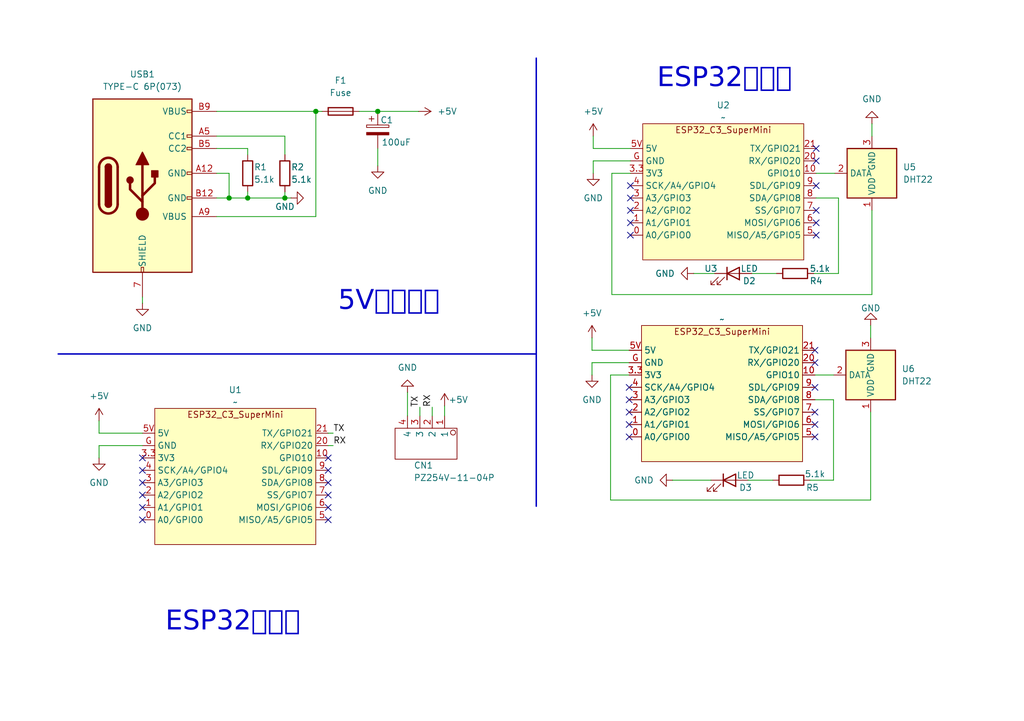
<source format=kicad_sch>
(kicad_sch
	(version 20250114)
	(generator "eeschema")
	(generator_version "9.0")
	(uuid "745cc825-4036-44fd-a2ef-f91f9e7e097c")
	(paper "A5")
	(lib_symbols
		(symbol "Custom_Library:1x4P_2.54"
			(exclude_from_sim no)
			(in_bom yes)
			(on_board yes)
			(property "Reference" "CN"
				(at -2.032 7.366 0)
				(effects
					(font
						(size 1.27 1.27)
					)
				)
			)
			(property "Value" "PZ254V-11-04P"
				(at 8.89 7.366 0)
				(effects
					(font
						(size 1.27 1.27)
					)
				)
			)
			(property "Footprint" "Custom_Library:HDR-TH_4P-P2.54-V-M"
				(at 0 0 0)
				(effects
					(font
						(size 1.27 1.27)
					)
					(hide yes)
				)
			)
			(property "Datasheet" "https://atta.szlcsc.com/upload/public/pdf/source/20200309/C492403_F9F19131791D08044AD4F84F8E751A34.pdf"
				(at 0 0 0)
				(effects
					(font
						(size 1.27 1.27)
					)
					(hide yes)
				)
			)
			(property "Description" ""
				(at 0 0 0)
				(effects
					(font
						(size 1.27 1.27)
					)
					(hide yes)
				)
			)
			(symbol "1x4P_2.54_0_1"
				(rectangle
					(start -2.54 6.35)
					(end 3.81 -6.35)
					(stroke
						(width 0)
						(type default)
					)
					(fill
						(type none)
					)
				)
				(circle
					(center -1.6532 5.5391)
					(radius 0.508)
					(stroke
						(width 0)
						(type default)
					)
					(fill
						(type none)
					)
				)
			)
			(symbol "1x4P_2.54_1_1"
				(pin passive line
					(at -5.08 3.81 0)
					(length 2.54)
					(name "1"
						(effects
							(font
								(size 1.27 1.27)
							)
						)
					)
					(number "1"
						(effects
							(font
								(size 1.27 1.27)
							)
						)
					)
				)
				(pin passive line
					(at -5.08 1.27 0)
					(length 2.54)
					(name "2"
						(effects
							(font
								(size 1.27 1.27)
							)
						)
					)
					(number "2"
						(effects
							(font
								(size 1.27 1.27)
							)
						)
					)
				)
				(pin passive line
					(at -5.08 -1.27 0)
					(length 2.54)
					(name "3"
						(effects
							(font
								(size 1.27 1.27)
							)
						)
					)
					(number "3"
						(effects
							(font
								(size 1.27 1.27)
							)
						)
					)
				)
				(pin passive line
					(at -5.08 -3.81 0)
					(length 2.54)
					(name "4"
						(effects
							(font
								(size 1.27 1.27)
							)
						)
					)
					(number "4"
						(effects
							(font
								(size 1.27 1.27)
							)
						)
					)
				)
			)
			(embedded_fonts no)
		)
		(symbol "Custom_Library:ESP32_C3_SuperMini"
			(exclude_from_sim no)
			(in_bom yes)
			(on_board yes)
			(property "Reference" "U"
				(at -19.05 -1.27 0)
				(effects
					(font
						(size 1.27 1.27)
					)
				)
			)
			(property "Value" ""
				(at 0 0 0)
				(effects
					(font
						(size 1.27 1.27)
					)
				)
			)
			(property "Footprint" "Custom_Library:ESP32_C3_SuperMini"
				(at 0 0 0)
				(effects
					(font
						(size 1.27 1.27)
					)
					(hide yes)
				)
			)
			(property "Datasheet" ""
				(at 0 0 0)
				(effects
					(font
						(size 1.27 1.27)
					)
					(hide yes)
				)
			)
			(property "Description" ""
				(at 0 0 0)
				(effects
					(font
						(size 1.27 1.27)
					)
					(hide yes)
				)
			)
			(symbol "ESP32_C3_SuperMini_0_0"
				(pin passive line
					(at -19.05 8.89 0)
					(length 2.54)
					(name "5V"
						(effects
							(font
								(size 1.27 1.27)
							)
						)
					)
					(number "5V"
						(effects
							(font
								(size 1.27 1.27)
							)
						)
					)
				)
				(pin passive line
					(at -19.05 6.35 0)
					(length 2.54)
					(name "GND"
						(effects
							(font
								(size 1.27 1.27)
							)
						)
					)
					(number "G"
						(effects
							(font
								(size 1.27 1.27)
							)
						)
					)
				)
				(pin passive line
					(at -19.05 3.81 0)
					(length 2.54)
					(name "3V3"
						(effects
							(font
								(size 1.27 1.27)
							)
						)
					)
					(number "3.3"
						(effects
							(font
								(size 1.27 1.27)
							)
						)
					)
				)
				(pin passive line
					(at -19.05 1.27 0)
					(length 2.54)
					(name "SCK/A4/GPIO4"
						(effects
							(font
								(size 1.27 1.27)
							)
						)
					)
					(number "4"
						(effects
							(font
								(size 1.27 1.27)
							)
						)
					)
				)
				(pin passive line
					(at -19.05 -1.27 0)
					(length 2.54)
					(name "A3/GPIO3"
						(effects
							(font
								(size 1.27 1.27)
							)
						)
					)
					(number "3"
						(effects
							(font
								(size 1.27 1.27)
							)
						)
					)
				)
				(pin passive line
					(at -19.05 -3.81 0)
					(length 2.54)
					(name "A2/GPIO2"
						(effects
							(font
								(size 1.27 1.27)
							)
						)
					)
					(number "2"
						(effects
							(font
								(size 1.27 1.27)
							)
						)
					)
				)
				(pin passive line
					(at -19.05 -6.35 0)
					(length 2.54)
					(name "A1/GPIO1"
						(effects
							(font
								(size 1.27 1.27)
							)
						)
					)
					(number "1"
						(effects
							(font
								(size 1.27 1.27)
							)
						)
					)
				)
				(pin passive line
					(at -19.05 -8.89 0)
					(length 2.54)
					(name "A0/GPIO0"
						(effects
							(font
								(size 1.27 1.27)
							)
						)
					)
					(number "0"
						(effects
							(font
								(size 1.27 1.27)
							)
						)
					)
				)
				(pin passive line
					(at 19.05 8.89 180)
					(length 2.54)
					(name "TX/GPIO21"
						(effects
							(font
								(size 1.27 1.27)
							)
						)
					)
					(number "21"
						(effects
							(font
								(size 1.27 1.27)
							)
						)
					)
				)
				(pin passive line
					(at 19.05 6.35 180)
					(length 2.54)
					(name "RX/GPIO20"
						(effects
							(font
								(size 1.27 1.27)
							)
						)
					)
					(number "20"
						(effects
							(font
								(size 1.27 1.27)
							)
						)
					)
				)
				(pin passive line
					(at 19.05 3.81 180)
					(length 2.54)
					(name "GPIO10"
						(effects
							(font
								(size 1.27 1.27)
							)
						)
					)
					(number "10"
						(effects
							(font
								(size 1.27 1.27)
							)
						)
					)
				)
				(pin passive line
					(at 19.05 1.27 180)
					(length 2.54)
					(name "SDL/GPIO9"
						(effects
							(font
								(size 1.27 1.27)
							)
						)
					)
					(number "9"
						(effects
							(font
								(size 1.27 1.27)
							)
						)
					)
				)
				(pin passive line
					(at 19.05 -1.27 180)
					(length 2.54)
					(name "SDA/GPIO8"
						(effects
							(font
								(size 1.27 1.27)
							)
						)
					)
					(number "8"
						(effects
							(font
								(size 1.27 1.27)
							)
						)
					)
				)
				(pin passive line
					(at 19.05 -3.81 180)
					(length 2.54)
					(name "SS/GPIO7"
						(effects
							(font
								(size 1.27 1.27)
							)
						)
					)
					(number "7"
						(effects
							(font
								(size 1.27 1.27)
							)
						)
					)
				)
				(pin passive line
					(at 19.05 -6.35 180)
					(length 2.54)
					(name "MOSI/GPIO6"
						(effects
							(font
								(size 1.27 1.27)
							)
						)
					)
					(number "6"
						(effects
							(font
								(size 1.27 1.27)
							)
						)
					)
				)
				(pin passive line
					(at 19.05 -8.89 180)
					(length 2.54)
					(name "MISO/A5/GPIO5"
						(effects
							(font
								(size 1.27 1.27)
							)
						)
					)
					(number "5"
						(effects
							(font
								(size 1.27 1.27)
							)
						)
					)
				)
			)
			(symbol "ESP32_C3_SuperMini_0_1"
				(rectangle
					(start -16.51 13.97)
					(end 16.51 -13.97)
					(stroke
						(width 0)
						(type default)
					)
					(fill
						(type background)
					)
				)
			)
			(symbol "ESP32_C3_SuperMini_1_1"
				(text "ESP32_C3_SuperMini"
					(at 0 12.7 0)
					(effects
						(font
							(size 1.27 1.27)
						)
					)
				)
			)
			(embedded_fonts no)
		)
		(symbol "Custom_Library:TYPE-C 6P(073)"
			(pin_names
				(offset 1.016)
			)
			(exclude_from_sim no)
			(in_bom yes)
			(on_board yes)
			(property "Reference" "USB"
				(at -10.16 19.05 0)
				(effects
					(font
						(size 1.27 1.27)
					)
					(justify left)
				)
			)
			(property "Value" "TYPE-C 6P(073)"
				(at 12.7 19.05 0)
				(effects
					(font
						(size 1.27 1.27)
					)
					(justify right)
				)
			)
			(property "Footprint" "Custom_Library:TYPE-C-SMD_TYPE-C-6P_5"
				(at 3.81 0 0)
				(effects
					(font
						(size 1.27 1.27)
					)
					(hide yes)
				)
			)
			(property "Datasheet" "https://item.szlcsc.com/datasheet/TYPE-C%25206P(073)/698566.html?spm=sc.it.xds.a___sc.cid.xh5.zy.t&lcsc_vid=ElFZBVFfEVYMVFBRRlcMVlMDRgVXU1NeQgIKBgBRQFQxVlNSRFRbX1ReQ1dZVjsOAxUeFF5JWBYZEEoVDQ0NFAdIFA4DSA%3D%3D"
				(at 3.81 0 0)
				(effects
					(font
						(size 1.27 1.27)
					)
					(hide yes)
				)
			)
			(property "Description" "USB 2.0-only Type-C Plug connector"
				(at 0 0 0)
				(effects
					(font
						(size 1.27 1.27)
					)
					(hide yes)
				)
			)
			(property "ki_keywords" "usb universal serial bus type-C USB2.0"
				(at 0 0 0)
				(effects
					(font
						(size 1.27 1.27)
					)
					(hide yes)
				)
			)
			(property "ki_fp_filters" "USB*C*Plug*"
				(at 0 0 0)
				(effects
					(font
						(size 1.27 1.27)
					)
					(hide yes)
				)
			)
			(symbol "TYPE-C 6P(073)_0_0"
				(rectangle
					(start -0.254 -17.78)
					(end 0.254 -16.764)
					(stroke
						(width 0)
						(type default)
					)
					(fill
						(type none)
					)
				)
				(rectangle
					(start 10.16 15.494)
					(end 9.144 14.986)
					(stroke
						(width 0)
						(type default)
					)
					(fill
						(type none)
					)
				)
				(rectangle
					(start 10.16 10.414)
					(end 9.144 9.906)
					(stroke
						(width 0)
						(type default)
					)
					(fill
						(type none)
					)
				)
				(rectangle
					(start 10.16 7.874)
					(end 9.144 7.366)
					(stroke
						(width 0)
						(type default)
					)
					(fill
						(type none)
					)
				)
				(rectangle
					(start 10.16 2.794)
					(end 9.144 2.286)
					(stroke
						(width 0)
						(type default)
					)
					(fill
						(type none)
					)
				)
				(rectangle
					(start 10.16 -2.286)
					(end 9.144 -2.794)
					(stroke
						(width 0)
						(type default)
					)
					(fill
						(type none)
					)
				)
			)
			(symbol "TYPE-C 6P(073)_0_1"
				(rectangle
					(start -10.16 17.78)
					(end 10.16 -17.78)
					(stroke
						(width 0.254)
						(type default)
					)
					(fill
						(type background)
					)
				)
				(polyline
					(pts
						(xy -8.89 -3.81) (xy -8.89 3.81)
					)
					(stroke
						(width 0.508)
						(type default)
					)
					(fill
						(type none)
					)
				)
				(rectangle
					(start -7.62 -3.81)
					(end -6.35 3.81)
					(stroke
						(width 0.254)
						(type default)
					)
					(fill
						(type outline)
					)
				)
				(arc
					(start -7.62 3.81)
					(mid -6.985 4.4423)
					(end -6.35 3.81)
					(stroke
						(width 0.254)
						(type default)
					)
					(fill
						(type none)
					)
				)
				(arc
					(start -7.62 3.81)
					(mid -6.985 4.4423)
					(end -6.35 3.81)
					(stroke
						(width 0.254)
						(type default)
					)
					(fill
						(type outline)
					)
				)
				(arc
					(start -8.89 3.81)
					(mid -6.985 5.7067)
					(end -5.08 3.81)
					(stroke
						(width 0.508)
						(type default)
					)
					(fill
						(type none)
					)
				)
				(arc
					(start -5.08 -3.81)
					(mid -6.985 -5.7067)
					(end -8.89 -3.81)
					(stroke
						(width 0.508)
						(type default)
					)
					(fill
						(type none)
					)
				)
				(arc
					(start -6.35 -3.81)
					(mid -6.985 -4.4423)
					(end -7.62 -3.81)
					(stroke
						(width 0.254)
						(type default)
					)
					(fill
						(type none)
					)
				)
				(arc
					(start -6.35 -3.81)
					(mid -6.985 -4.4423)
					(end -7.62 -3.81)
					(stroke
						(width 0.254)
						(type default)
					)
					(fill
						(type outline)
					)
				)
				(polyline
					(pts
						(xy -5.08 3.81) (xy -5.08 -3.81)
					)
					(stroke
						(width 0.508)
						(type default)
					)
					(fill
						(type none)
					)
				)
				(circle
					(center -2.54 1.143)
					(radius 0.635)
					(stroke
						(width 0.254)
						(type default)
					)
					(fill
						(type outline)
					)
				)
				(polyline
					(pts
						(xy -1.27 4.318) (xy 0 6.858) (xy 1.27 4.318) (xy -1.27 4.318)
					)
					(stroke
						(width 0.254)
						(type default)
					)
					(fill
						(type outline)
					)
				)
				(polyline
					(pts
						(xy 0 -2.032) (xy 2.54 0.508) (xy 2.54 1.778)
					)
					(stroke
						(width 0.508)
						(type default)
					)
					(fill
						(type none)
					)
				)
				(polyline
					(pts
						(xy 0 -3.302) (xy -2.54 -0.762) (xy -2.54 0.508)
					)
					(stroke
						(width 0.508)
						(type default)
					)
					(fill
						(type none)
					)
				)
				(polyline
					(pts
						(xy 0 -5.842) (xy 0 4.318)
					)
					(stroke
						(width 0.508)
						(type default)
					)
					(fill
						(type none)
					)
				)
				(circle
					(center 0 -5.842)
					(radius 1.27)
					(stroke
						(width 0)
						(type default)
					)
					(fill
						(type outline)
					)
				)
				(rectangle
					(start 1.905 1.778)
					(end 3.175 3.048)
					(stroke
						(width 0.254)
						(type default)
					)
					(fill
						(type outline)
					)
				)
			)
			(symbol "TYPE-C 6P(073)_1_1"
				(pin passive line
					(at 0 -22.86 90)
					(length 5.08)
					(name "SHIELD"
						(effects
							(font
								(size 1.27 1.27)
							)
						)
					)
					(number "7"
						(effects
							(font
								(size 1.27 1.27)
							)
						)
					)
				)
				(pin passive line
					(at 15.24 15.24 180)
					(length 5.08)
					(name "VBUS"
						(effects
							(font
								(size 1.27 1.27)
							)
						)
					)
					(number "B9"
						(effects
							(font
								(size 1.27 1.27)
							)
						)
					)
				)
				(pin bidirectional line
					(at 15.24 10.16 180)
					(length 5.08)
					(name "CC1"
						(effects
							(font
								(size 1.27 1.27)
							)
						)
					)
					(number "A5"
						(effects
							(font
								(size 1.27 1.27)
							)
						)
					)
				)
				(pin bidirectional line
					(at 15.24 7.62 180)
					(length 5.08)
					(name "CC2"
						(effects
							(font
								(size 1.27 1.27)
							)
						)
					)
					(number "B5"
						(effects
							(font
								(size 1.27 1.27)
							)
						)
					)
				)
				(pin passive line
					(at 15.24 2.54 180)
					(length 5.08)
					(name "GND"
						(effects
							(font
								(size 1.27 1.27)
							)
						)
					)
					(number "A12"
						(effects
							(font
								(size 1.27 1.27)
							)
						)
					)
				)
				(pin passive line
					(at 15.24 -2.54 180)
					(length 5.08)
					(name "GND"
						(effects
							(font
								(size 1.27 1.27)
							)
						)
					)
					(number "B12"
						(effects
							(font
								(size 1.27 1.27)
							)
						)
					)
				)
				(pin passive line
					(at 15.24 -6.35 180)
					(length 5.08)
					(name "VBUS"
						(effects
							(font
								(size 1.27 1.27)
							)
						)
					)
					(number "A9"
						(effects
							(font
								(size 1.27 1.27)
							)
						)
					)
				)
			)
			(embedded_fonts no)
		)
		(symbol "DHT22_1"
			(exclude_from_sim no)
			(in_bom yes)
			(on_board yes)
			(property "Reference" "U"
				(at -3.81 6.35 0)
				(effects
					(font
						(size 1.27 1.27)
					)
				)
			)
			(property "Value" "DHT22"
				(at 3.81 6.35 0)
				(effects
					(font
						(size 1.27 1.27)
					)
				)
			)
			(property "Footprint" "Connector_PinHeader_2.54mm:PinHeader_1x03_P2.54mm_Vertical"
				(at 0 -10.16 0)
				(effects
					(font
						(size 1.27 1.27)
					)
					(hide yes)
				)
			)
			(property "Datasheet" ""
				(at 3.81 6.35 0)
				(effects
					(font
						(size 1.27 1.27)
					)
					(hide yes)
				)
			)
			(property "Description" "3.3V to 5.5V, temperature and humidity module, DHT11"
				(at 0 0 0)
				(effects
					(font
						(size 1.27 1.27)
					)
					(hide yes)
				)
			)
			(property "ki_keywords" "digital sensor"
				(at 0 0 0)
				(effects
					(font
						(size 1.27 1.27)
					)
					(hide yes)
				)
			)
			(property "ki_fp_filters" "Aosong*DHT11*5.5x12.0*P2.54mm*"
				(at 0 0 0)
				(effects
					(font
						(size 1.27 1.27)
					)
					(hide yes)
				)
			)
			(symbol "DHT22_1_0_1"
				(rectangle
					(start -5.08 5.08)
					(end 5.08 -5.08)
					(stroke
						(width 0.254)
						(type default)
					)
					(fill
						(type background)
					)
				)
			)
			(symbol "DHT22_1_1_1"
				(pin no_connect line
					(at -5.08 0 0)
					(length 2.54)
					(hide yes)
					(name "NC"
						(effects
							(font
								(size 1.27 1.27)
							)
						)
					)
					(number "3"
						(effects
							(font
								(size 1.27 1.27)
							)
						)
					)
				)
				(pin passive line
					(at 0 7.62 270)
					(length 2.54)
					(name "VDD"
						(effects
							(font
								(size 1.27 1.27)
							)
						)
					)
					(number "1"
						(effects
							(font
								(size 1.27 1.27)
							)
						)
					)
				)
				(pin passive line
					(at 0 -7.62 90)
					(length 2.54)
					(name "GND"
						(effects
							(font
								(size 1.27 1.27)
							)
						)
					)
					(number "3"
						(effects
							(font
								(size 1.27 1.27)
							)
						)
					)
				)
				(pin passive line
					(at 7.62 0 180)
					(length 2.54)
					(name "DATA"
						(effects
							(font
								(size 1.27 1.27)
							)
						)
					)
					(number "2"
						(effects
							(font
								(size 1.27 1.27)
							)
						)
					)
				)
			)
			(embedded_fonts no)
		)
		(symbol "DHT22_2"
			(exclude_from_sim no)
			(in_bom yes)
			(on_board yes)
			(property "Reference" "U"
				(at -3.81 6.35 0)
				(effects
					(font
						(size 1.27 1.27)
					)
				)
			)
			(property "Value" "DHT22"
				(at 3.81 6.35 0)
				(effects
					(font
						(size 1.27 1.27)
					)
				)
			)
			(property "Footprint" "Connector_PinHeader_2.54mm:PinHeader_1x03_P2.54mm_Vertical"
				(at 0 -10.16 0)
				(effects
					(font
						(size 1.27 1.27)
					)
					(hide yes)
				)
			)
			(property "Datasheet" ""
				(at 3.81 6.35 0)
				(effects
					(font
						(size 1.27 1.27)
					)
					(hide yes)
				)
			)
			(property "Description" "3.3V to 5.5V, temperature and humidity module, DHT11"
				(at 0 0 0)
				(effects
					(font
						(size 1.27 1.27)
					)
					(hide yes)
				)
			)
			(property "ki_keywords" "digital sensor"
				(at 0 0 0)
				(effects
					(font
						(size 1.27 1.27)
					)
					(hide yes)
				)
			)
			(property "ki_fp_filters" "Aosong*DHT11*5.5x12.0*P2.54mm*"
				(at 0 0 0)
				(effects
					(font
						(size 1.27 1.27)
					)
					(hide yes)
				)
			)
			(symbol "DHT22_2_0_1"
				(rectangle
					(start -5.08 5.08)
					(end 5.08 -5.08)
					(stroke
						(width 0.254)
						(type default)
					)
					(fill
						(type background)
					)
				)
			)
			(symbol "DHT22_2_1_1"
				(pin no_connect line
					(at -5.08 0 0)
					(length 2.54)
					(hide yes)
					(name "NC"
						(effects
							(font
								(size 1.27 1.27)
							)
						)
					)
					(number "3"
						(effects
							(font
								(size 1.27 1.27)
							)
						)
					)
				)
				(pin passive line
					(at 0 7.62 270)
					(length 2.54)
					(name "VDD"
						(effects
							(font
								(size 1.27 1.27)
							)
						)
					)
					(number "1"
						(effects
							(font
								(size 1.27 1.27)
							)
						)
					)
				)
				(pin passive line
					(at 0 -7.62 90)
					(length 2.54)
					(name "GND"
						(effects
							(font
								(size 1.27 1.27)
							)
						)
					)
					(number "3"
						(effects
							(font
								(size 1.27 1.27)
							)
						)
					)
				)
				(pin passive line
					(at 7.62 0 180)
					(length 2.54)
					(name "DATA"
						(effects
							(font
								(size 1.27 1.27)
							)
						)
					)
					(number "2"
						(effects
							(font
								(size 1.27 1.27)
							)
						)
					)
				)
			)
			(embedded_fonts no)
		)
		(symbol "Device:C_Polarized"
			(pin_numbers
				(hide yes)
			)
			(pin_names
				(offset 0.254)
			)
			(exclude_from_sim no)
			(in_bom yes)
			(on_board yes)
			(property "Reference" "C"
				(at 0.635 2.54 0)
				(effects
					(font
						(size 1.27 1.27)
					)
					(justify left)
				)
			)
			(property "Value" "C_Polarized"
				(at 0.635 -2.54 0)
				(effects
					(font
						(size 1.27 1.27)
					)
					(justify left)
				)
			)
			(property "Footprint" ""
				(at 0.9652 -3.81 0)
				(effects
					(font
						(size 1.27 1.27)
					)
					(hide yes)
				)
			)
			(property "Datasheet" "~"
				(at 0 0 0)
				(effects
					(font
						(size 1.27 1.27)
					)
					(hide yes)
				)
			)
			(property "Description" "Polarized capacitor"
				(at 0 0 0)
				(effects
					(font
						(size 1.27 1.27)
					)
					(hide yes)
				)
			)
			(property "ki_keywords" "cap capacitor"
				(at 0 0 0)
				(effects
					(font
						(size 1.27 1.27)
					)
					(hide yes)
				)
			)
			(property "ki_fp_filters" "CP_*"
				(at 0 0 0)
				(effects
					(font
						(size 1.27 1.27)
					)
					(hide yes)
				)
			)
			(symbol "C_Polarized_0_1"
				(rectangle
					(start -2.286 0.508)
					(end 2.286 1.016)
					(stroke
						(width 0)
						(type default)
					)
					(fill
						(type none)
					)
				)
				(polyline
					(pts
						(xy -1.778 2.286) (xy -0.762 2.286)
					)
					(stroke
						(width 0)
						(type default)
					)
					(fill
						(type none)
					)
				)
				(polyline
					(pts
						(xy -1.27 2.794) (xy -1.27 1.778)
					)
					(stroke
						(width 0)
						(type default)
					)
					(fill
						(type none)
					)
				)
				(rectangle
					(start 2.286 -0.508)
					(end -2.286 -1.016)
					(stroke
						(width 0)
						(type default)
					)
					(fill
						(type outline)
					)
				)
			)
			(symbol "C_Polarized_1_1"
				(pin passive line
					(at 0 3.81 270)
					(length 2.794)
					(name "~"
						(effects
							(font
								(size 1.27 1.27)
							)
						)
					)
					(number "1"
						(effects
							(font
								(size 1.27 1.27)
							)
						)
					)
				)
				(pin passive line
					(at 0 -3.81 90)
					(length 2.794)
					(name "~"
						(effects
							(font
								(size 1.27 1.27)
							)
						)
					)
					(number "2"
						(effects
							(font
								(size 1.27 1.27)
							)
						)
					)
				)
			)
			(embedded_fonts no)
		)
		(symbol "Device:Fuse"
			(pin_numbers
				(hide yes)
			)
			(pin_names
				(offset 0)
			)
			(exclude_from_sim no)
			(in_bom yes)
			(on_board yes)
			(property "Reference" "F"
				(at 2.032 0 90)
				(effects
					(font
						(size 1.27 1.27)
					)
				)
			)
			(property "Value" "Fuse"
				(at -1.905 0 90)
				(effects
					(font
						(size 1.27 1.27)
					)
				)
			)
			(property "Footprint" ""
				(at -1.778 0 90)
				(effects
					(font
						(size 1.27 1.27)
					)
					(hide yes)
				)
			)
			(property "Datasheet" "~"
				(at 0 0 0)
				(effects
					(font
						(size 1.27 1.27)
					)
					(hide yes)
				)
			)
			(property "Description" "Fuse"
				(at 0 0 0)
				(effects
					(font
						(size 1.27 1.27)
					)
					(hide yes)
				)
			)
			(property "ki_keywords" "fuse"
				(at 0 0 0)
				(effects
					(font
						(size 1.27 1.27)
					)
					(hide yes)
				)
			)
			(property "ki_fp_filters" "*Fuse*"
				(at 0 0 0)
				(effects
					(font
						(size 1.27 1.27)
					)
					(hide yes)
				)
			)
			(symbol "Fuse_0_1"
				(rectangle
					(start -0.762 -2.54)
					(end 0.762 2.54)
					(stroke
						(width 0.254)
						(type default)
					)
					(fill
						(type none)
					)
				)
				(polyline
					(pts
						(xy 0 2.54) (xy 0 -2.54)
					)
					(stroke
						(width 0)
						(type default)
					)
					(fill
						(type none)
					)
				)
			)
			(symbol "Fuse_1_1"
				(pin passive line
					(at 0 3.81 270)
					(length 1.27)
					(name "~"
						(effects
							(font
								(size 1.27 1.27)
							)
						)
					)
					(number "1"
						(effects
							(font
								(size 1.27 1.27)
							)
						)
					)
				)
				(pin passive line
					(at 0 -3.81 90)
					(length 1.27)
					(name "~"
						(effects
							(font
								(size 1.27 1.27)
							)
						)
					)
					(number "2"
						(effects
							(font
								(size 1.27 1.27)
							)
						)
					)
				)
			)
			(embedded_fonts no)
		)
		(symbol "Device:LED"
			(pin_numbers
				(hide yes)
			)
			(pin_names
				(offset 1.016)
				(hide yes)
			)
			(exclude_from_sim no)
			(in_bom yes)
			(on_board yes)
			(property "Reference" "D"
				(at 0 2.54 0)
				(effects
					(font
						(size 1.27 1.27)
					)
				)
			)
			(property "Value" "LED"
				(at 0 -2.54 0)
				(effects
					(font
						(size 1.27 1.27)
					)
				)
			)
			(property "Footprint" ""
				(at 0 0 0)
				(effects
					(font
						(size 1.27 1.27)
					)
					(hide yes)
				)
			)
			(property "Datasheet" "~"
				(at 0 0 0)
				(effects
					(font
						(size 1.27 1.27)
					)
					(hide yes)
				)
			)
			(property "Description" "Light emitting diode"
				(at 0 0 0)
				(effects
					(font
						(size 1.27 1.27)
					)
					(hide yes)
				)
			)
			(property "Sim.Pins" "1=K 2=A"
				(at 0 0 0)
				(effects
					(font
						(size 1.27 1.27)
					)
					(hide yes)
				)
			)
			(property "ki_keywords" "LED diode"
				(at 0 0 0)
				(effects
					(font
						(size 1.27 1.27)
					)
					(hide yes)
				)
			)
			(property "ki_fp_filters" "LED* LED_SMD:* LED_THT:*"
				(at 0 0 0)
				(effects
					(font
						(size 1.27 1.27)
					)
					(hide yes)
				)
			)
			(symbol "LED_0_1"
				(polyline
					(pts
						(xy -3.048 -0.762) (xy -4.572 -2.286) (xy -3.81 -2.286) (xy -4.572 -2.286) (xy -4.572 -1.524)
					)
					(stroke
						(width 0)
						(type default)
					)
					(fill
						(type none)
					)
				)
				(polyline
					(pts
						(xy -1.778 -0.762) (xy -3.302 -2.286) (xy -2.54 -2.286) (xy -3.302 -2.286) (xy -3.302 -1.524)
					)
					(stroke
						(width 0)
						(type default)
					)
					(fill
						(type none)
					)
				)
				(polyline
					(pts
						(xy -1.27 0) (xy 1.27 0)
					)
					(stroke
						(width 0)
						(type default)
					)
					(fill
						(type none)
					)
				)
				(polyline
					(pts
						(xy -1.27 -1.27) (xy -1.27 1.27)
					)
					(stroke
						(width 0.254)
						(type default)
					)
					(fill
						(type none)
					)
				)
				(polyline
					(pts
						(xy 1.27 -1.27) (xy 1.27 1.27) (xy -1.27 0) (xy 1.27 -1.27)
					)
					(stroke
						(width 0.254)
						(type default)
					)
					(fill
						(type none)
					)
				)
			)
			(symbol "LED_1_1"
				(pin passive line
					(at -3.81 0 0)
					(length 2.54)
					(name "K"
						(effects
							(font
								(size 1.27 1.27)
							)
						)
					)
					(number "1"
						(effects
							(font
								(size 1.27 1.27)
							)
						)
					)
				)
				(pin passive line
					(at 3.81 0 180)
					(length 2.54)
					(name "A"
						(effects
							(font
								(size 1.27 1.27)
							)
						)
					)
					(number "2"
						(effects
							(font
								(size 1.27 1.27)
							)
						)
					)
				)
			)
			(embedded_fonts no)
		)
		(symbol "Device:R"
			(pin_numbers
				(hide yes)
			)
			(pin_names
				(offset 0)
			)
			(exclude_from_sim no)
			(in_bom yes)
			(on_board yes)
			(property "Reference" "R"
				(at 2.032 0 90)
				(effects
					(font
						(size 1.27 1.27)
					)
				)
			)
			(property "Value" "R"
				(at 0 0 90)
				(effects
					(font
						(size 1.27 1.27)
					)
				)
			)
			(property "Footprint" ""
				(at -1.778 0 90)
				(effects
					(font
						(size 1.27 1.27)
					)
					(hide yes)
				)
			)
			(property "Datasheet" "~"
				(at 0 0 0)
				(effects
					(font
						(size 1.27 1.27)
					)
					(hide yes)
				)
			)
			(property "Description" "Resistor"
				(at 0 0 0)
				(effects
					(font
						(size 1.27 1.27)
					)
					(hide yes)
				)
			)
			(property "ki_keywords" "R res resistor"
				(at 0 0 0)
				(effects
					(font
						(size 1.27 1.27)
					)
					(hide yes)
				)
			)
			(property "ki_fp_filters" "R_*"
				(at 0 0 0)
				(effects
					(font
						(size 1.27 1.27)
					)
					(hide yes)
				)
			)
			(symbol "R_0_1"
				(rectangle
					(start -1.016 -2.54)
					(end 1.016 2.54)
					(stroke
						(width 0.254)
						(type default)
					)
					(fill
						(type none)
					)
				)
			)
			(symbol "R_1_1"
				(pin passive line
					(at 0 3.81 270)
					(length 1.27)
					(name "~"
						(effects
							(font
								(size 1.27 1.27)
							)
						)
					)
					(number "1"
						(effects
							(font
								(size 1.27 1.27)
							)
						)
					)
				)
				(pin passive line
					(at 0 -3.81 90)
					(length 1.27)
					(name "~"
						(effects
							(font
								(size 1.27 1.27)
							)
						)
					)
					(number "2"
						(effects
							(font
								(size 1.27 1.27)
							)
						)
					)
				)
			)
			(embedded_fonts no)
		)
		(symbol "power:+5V"
			(power)
			(pin_numbers
				(hide yes)
			)
			(pin_names
				(offset 0)
				(hide yes)
			)
			(exclude_from_sim no)
			(in_bom yes)
			(on_board yes)
			(property "Reference" "#PWR"
				(at 0 -3.81 0)
				(effects
					(font
						(size 1.27 1.27)
					)
					(hide yes)
				)
			)
			(property "Value" "+5V"
				(at 0 3.556 0)
				(effects
					(font
						(size 1.27 1.27)
					)
				)
			)
			(property "Footprint" ""
				(at 0 0 0)
				(effects
					(font
						(size 1.27 1.27)
					)
					(hide yes)
				)
			)
			(property "Datasheet" ""
				(at 0 0 0)
				(effects
					(font
						(size 1.27 1.27)
					)
					(hide yes)
				)
			)
			(property "Description" "Power symbol creates a global label with name \"+5V\""
				(at 0 0 0)
				(effects
					(font
						(size 1.27 1.27)
					)
					(hide yes)
				)
			)
			(property "ki_keywords" "global power"
				(at 0 0 0)
				(effects
					(font
						(size 1.27 1.27)
					)
					(hide yes)
				)
			)
			(symbol "+5V_0_1"
				(polyline
					(pts
						(xy -0.762 1.27) (xy 0 2.54)
					)
					(stroke
						(width 0)
						(type default)
					)
					(fill
						(type none)
					)
				)
				(polyline
					(pts
						(xy 0 2.54) (xy 0.762 1.27)
					)
					(stroke
						(width 0)
						(type default)
					)
					(fill
						(type none)
					)
				)
				(polyline
					(pts
						(xy 0 0) (xy 0 2.54)
					)
					(stroke
						(width 0)
						(type default)
					)
					(fill
						(type none)
					)
				)
			)
			(symbol "+5V_1_1"
				(pin power_in line
					(at 0 0 90)
					(length 0)
					(name "~"
						(effects
							(font
								(size 1.27 1.27)
							)
						)
					)
					(number "1"
						(effects
							(font
								(size 1.27 1.27)
							)
						)
					)
				)
			)
			(embedded_fonts no)
		)
		(symbol "power:GND"
			(power)
			(pin_numbers
				(hide yes)
			)
			(pin_names
				(offset 0)
				(hide yes)
			)
			(exclude_from_sim no)
			(in_bom yes)
			(on_board yes)
			(property "Reference" "#PWR"
				(at 0 -6.35 0)
				(effects
					(font
						(size 1.27 1.27)
					)
					(hide yes)
				)
			)
			(property "Value" "GND"
				(at 0 -3.81 0)
				(effects
					(font
						(size 1.27 1.27)
					)
				)
			)
			(property "Footprint" ""
				(at 0 0 0)
				(effects
					(font
						(size 1.27 1.27)
					)
					(hide yes)
				)
			)
			(property "Datasheet" ""
				(at 0 0 0)
				(effects
					(font
						(size 1.27 1.27)
					)
					(hide yes)
				)
			)
			(property "Description" "Power symbol creates a global label with name \"GND\" , ground"
				(at 0 0 0)
				(effects
					(font
						(size 1.27 1.27)
					)
					(hide yes)
				)
			)
			(property "ki_keywords" "global power"
				(at 0 0 0)
				(effects
					(font
						(size 1.27 1.27)
					)
					(hide yes)
				)
			)
			(symbol "GND_0_1"
				(polyline
					(pts
						(xy 0 0) (xy 0 -1.27) (xy 1.27 -1.27) (xy 0 -2.54) (xy -1.27 -1.27) (xy 0 -1.27)
					)
					(stroke
						(width 0)
						(type default)
					)
					(fill
						(type none)
					)
				)
			)
			(symbol "GND_1_1"
				(pin power_in line
					(at 0 0 270)
					(length 0)
					(name "~"
						(effects
							(font
								(size 1.27 1.27)
							)
						)
					)
					(number "1"
						(effects
							(font
								(size 1.27 1.27)
							)
						)
					)
				)
			)
			(embedded_fonts no)
		)
	)
	(text "ESP32主节点\n"
		(exclude_from_sim yes)
		(at 47.752 128.778 0)
		(effects
			(font
				(face "黑体")
				(size 4 4)
			)
		)
		(uuid "b7c9442b-e99d-467c-9e0d-5f0f525f6c24")
	)
	(text "ESP32子节点\n"
		(exclude_from_sim yes)
		(at 148.59 17.272 0)
		(effects
			(font
				(face "黑体")
				(size 4 4)
			)
		)
		(uuid "b9c24811-9c00-46dd-94ac-b90ea52423d1")
	)
	(text "5V电源输入"
		(exclude_from_sim yes)
		(at 79.756 62.992 0)
		(effects
			(font
				(face "黑体")
				(size 4 4)
			)
		)
		(uuid "d3b9ab27-8774-4e4d-abf8-4bbcc16ec4f8")
	)
	(junction
		(at 46.99 40.64)
		(diameter 0)
		(color 0 0 0 0)
		(uuid "0b5b6ca2-c619-45c1-b89c-b7524e1222d7")
	)
	(junction
		(at 50.8 40.64)
		(diameter 0)
		(color 0 0 0 0)
		(uuid "3d8760f1-d8a2-4387-a873-2105a0e7444f")
	)
	(junction
		(at 58.42 40.64)
		(diameter 0)
		(color 0 0 0 0)
		(uuid "b6bea1b7-2e28-4bb5-b123-2e6f35381acf")
	)
	(junction
		(at 64.77 22.86)
		(diameter 0)
		(color 0 0 0 0)
		(uuid "bbc497f3-cd71-49b0-bf86-ee64abeb97e6")
	)
	(junction
		(at 77.47 22.86)
		(diameter 0)
		(color 0 0 0 0)
		(uuid "f6233d07-76a4-4796-a779-33bd42aef187")
	)
	(no_connect
		(at 167.132 84.582)
		(uuid "120436a8-8a2d-4aec-8bc8-768be2ea24d7")
	)
	(no_connect
		(at 129.032 82.042)
		(uuid "1dc09229-7e09-428b-9e0a-2c8eaa61813b")
	)
	(no_connect
		(at 129.032 79.502)
		(uuid "2edb8509-3f48-47a4-a3d8-4094a5d62dde")
	)
	(no_connect
		(at 167.132 74.422)
		(uuid "31aa6136-95c5-4368-b873-0bf67188e4d8")
	)
	(no_connect
		(at 167.386 48.26)
		(uuid "34a1a935-dff6-45b5-9307-a143b2c59560")
	)
	(no_connect
		(at 129.286 43.18)
		(uuid "37006da4-dfe8-46e2-a45c-4956e24c6382")
	)
	(no_connect
		(at 29.21 104.14)
		(uuid "4259c36c-9ac0-45c5-8880-62b16e4ddc84")
	)
	(no_connect
		(at 29.21 99.06)
		(uuid "46526ed2-1f7a-4836-af1f-16434d9b4944")
	)
	(no_connect
		(at 29.21 96.52)
		(uuid "4afb054d-ac61-4d7e-b999-fe69d4ebeed2")
	)
	(no_connect
		(at 67.31 104.14)
		(uuid "4bf171d8-e2f1-4ce0-b20e-f36db462fb48")
	)
	(no_connect
		(at 67.31 96.52)
		(uuid "527838df-2fdf-4a5d-9af7-ef5f1f3011a1")
	)
	(no_connect
		(at 167.386 38.1)
		(uuid "55321f43-bc03-45e2-88cd-52b2f544a7c0")
	)
	(no_connect
		(at 67.31 93.98)
		(uuid "63cbde6d-d8a4-4520-b77f-408e66dc994a")
	)
	(no_connect
		(at 129.286 48.26)
		(uuid "6562c227-34bb-4173-a464-077ee75bbed8")
	)
	(no_connect
		(at 67.31 99.06)
		(uuid "67fb7c26-2de7-4456-a2ce-b77a70cf807d")
	)
	(no_connect
		(at 167.386 45.72)
		(uuid "8b099e35-6d6f-481e-8ac1-ea2b7420d590")
	)
	(no_connect
		(at 129.286 40.64)
		(uuid "90769b3f-5cea-49c3-b1e9-c96be2bb4eb6")
	)
	(no_connect
		(at 29.21 93.98)
		(uuid "92e13012-b00f-4f7d-aace-553f709b5f4d")
	)
	(no_connect
		(at 167.386 30.48)
		(uuid "93002717-6556-4c75-af16-105542de80e7")
	)
	(no_connect
		(at 67.31 101.6)
		(uuid "9eca3f92-880e-439a-8eb9-7613926efecd")
	)
	(no_connect
		(at 129.032 84.582)
		(uuid "9f14a403-6a89-4edc-9778-e6c10a497600")
	)
	(no_connect
		(at 167.132 71.882)
		(uuid "aa7a9173-a668-46d3-ade3-10dbe5bcb519")
	)
	(no_connect
		(at 167.132 87.122)
		(uuid "b0504be0-6503-478e-8d9e-9ee3c33a1bf5")
	)
	(no_connect
		(at 129.286 45.72)
		(uuid "b1326d7d-2af3-4123-bb19-8ad6f1c605c0")
	)
	(no_connect
		(at 129.032 89.662)
		(uuid "c165e84f-3bed-47c5-923b-9ecf225b14db")
	)
	(no_connect
		(at 167.386 43.18)
		(uuid "d426f2cc-6059-4f76-bcd6-d6564acbe6c5")
	)
	(no_connect
		(at 129.032 87.122)
		(uuid "d4dc7200-d54d-4cce-8e51-6c726547c32b")
	)
	(no_connect
		(at 29.21 101.6)
		(uuid "d571c33f-61b5-4a15-b302-6b4c494c7fcd")
	)
	(no_connect
		(at 167.132 89.662)
		(uuid "d69907fe-78e7-4e1a-9bda-191044c3c334")
	)
	(no_connect
		(at 67.31 106.68)
		(uuid "e09fc6e2-434a-450a-ac24-3d6ebe61850c")
	)
	(no_connect
		(at 29.21 106.68)
		(uuid "ee29944e-0abc-434b-96f8-9580c052b482")
	)
	(no_connect
		(at 167.386 33.02)
		(uuid "f51fc68e-45cd-4415-8b4d-7c68f389e308")
	)
	(no_connect
		(at 167.132 79.502)
		(uuid "f8c354e3-beca-40f8-8311-3c45a98993bb")
	)
	(no_connect
		(at 129.286 38.1)
		(uuid "f91b7a45-a4d8-4aef-b7ba-c8e837081c39")
	)
	(polyline
		(pts
			(xy 109.982 11.938) (xy 109.982 103.886)
		)
		(stroke
			(width 0.3)
			(type default)
		)
		(uuid "01ea65b4-8d72-4a65-a708-ddad760f72a2")
	)
	(wire
		(pts
			(xy 46.99 40.64) (xy 50.8 40.64)
		)
		(stroke
			(width 0)
			(type default)
		)
		(uuid "0b9d5a8b-3de0-4529-847d-77fb439f0c4e")
	)
	(wire
		(pts
			(xy 171.958 40.64) (xy 171.958 56.134)
		)
		(stroke
			(width 0)
			(type default)
		)
		(uuid "0cf848e3-ce62-4de9-a5cd-f224385a399b")
	)
	(wire
		(pts
			(xy 170.942 98.552) (xy 166.116 98.552)
		)
		(stroke
			(width 0)
			(type default)
		)
		(uuid "0d9e3f25-c176-4e75-aae4-1d2ed5b95e4c")
	)
	(wire
		(pts
			(xy 125.222 102.616) (xy 178.562 102.616)
		)
		(stroke
			(width 0)
			(type default)
		)
		(uuid "11f3f6b1-7409-4c86-943c-3df86c1fd844")
	)
	(wire
		(pts
			(xy 129.032 76.962) (xy 125.222 76.962)
		)
		(stroke
			(width 0)
			(type default)
		)
		(uuid "1c9401f0-843b-4329-8426-44be55b84278")
	)
	(wire
		(pts
			(xy 50.8 31.75) (xy 50.8 30.48)
		)
		(stroke
			(width 0)
			(type default)
		)
		(uuid "1dceb025-0457-4d11-979b-ce60e8333f29")
	)
	(wire
		(pts
			(xy 20.32 88.9) (xy 29.21 88.9)
		)
		(stroke
			(width 0)
			(type default)
		)
		(uuid "1f1e19a1-20d3-445d-8a3d-987b66cbdb3b")
	)
	(wire
		(pts
			(xy 167.386 40.64) (xy 171.958 40.64)
		)
		(stroke
			(width 0)
			(type default)
		)
		(uuid "2171a51d-ddbb-41da-823b-b9cd1593d11c")
	)
	(wire
		(pts
			(xy 44.45 35.56) (xy 46.99 35.56)
		)
		(stroke
			(width 0)
			(type default)
		)
		(uuid "2ecd1f48-5569-450c-8e81-6961c068c17b")
	)
	(wire
		(pts
			(xy 125.222 76.962) (xy 125.222 102.616)
		)
		(stroke
			(width 0)
			(type default)
		)
		(uuid "330c3430-f189-4d2a-9399-a540a63f78f8")
	)
	(wire
		(pts
			(xy 20.32 86.36) (xy 20.32 88.9)
		)
		(stroke
			(width 0)
			(type default)
		)
		(uuid "37efbf0b-37a6-456e-951c-dbc03425e13b")
	)
	(wire
		(pts
			(xy 178.816 60.452) (xy 178.816 43.18)
		)
		(stroke
			(width 0)
			(type default)
		)
		(uuid "398a2ef2-1bc0-4f0f-8e13-82b9ddb6cdb6")
	)
	(wire
		(pts
			(xy 67.31 88.9) (xy 68.326 88.9)
		)
		(stroke
			(width 0)
			(type default)
		)
		(uuid "3b5d352a-4b89-42aa-b589-08e9504f7fe9")
	)
	(wire
		(pts
			(xy 125.476 60.452) (xy 178.816 60.452)
		)
		(stroke
			(width 0)
			(type default)
		)
		(uuid "3fba7456-652e-4b13-b5bb-4f89e40f981a")
	)
	(wire
		(pts
			(xy 77.47 30.48) (xy 77.47 34.036)
		)
		(stroke
			(width 0)
			(type default)
		)
		(uuid "47998ba8-6e89-4d7d-8e4c-b5e064de07eb")
	)
	(wire
		(pts
			(xy 121.412 71.882) (xy 129.032 71.882)
		)
		(stroke
			(width 0)
			(type default)
		)
		(uuid "5ec4cd8e-9ff9-4f5c-9a8c-76217d4a86c4")
	)
	(wire
		(pts
			(xy 58.42 40.64) (xy 59.69 40.64)
		)
		(stroke
			(width 0)
			(type default)
		)
		(uuid "5ff0e853-d500-4214-add9-dcb8b33928c0")
	)
	(wire
		(pts
			(xy 20.32 93.98) (xy 20.32 91.44)
		)
		(stroke
			(width 0)
			(type default)
		)
		(uuid "6048c143-00c4-4e39-881c-4debb915d863")
	)
	(wire
		(pts
			(xy 44.45 27.94) (xy 58.42 27.94)
		)
		(stroke
			(width 0)
			(type default)
		)
		(uuid "64797e41-5aa1-4f4b-9877-de9e41e984a9")
	)
	(wire
		(pts
			(xy 67.31 91.44) (xy 68.326 91.44)
		)
		(stroke
			(width 0)
			(type default)
		)
		(uuid "666760ca-0b0a-46c5-9452-25010d96bc80")
	)
	(wire
		(pts
			(xy 73.66 22.86) (xy 77.47 22.86)
		)
		(stroke
			(width 0)
			(type default)
		)
		(uuid "686e448f-6c1d-48eb-859a-1096e503ca58")
	)
	(wire
		(pts
			(xy 121.666 35.56) (xy 121.666 33.02)
		)
		(stroke
			(width 0)
			(type default)
		)
		(uuid "699366ea-bbbc-47ca-ab45-91a04c639801")
	)
	(wire
		(pts
			(xy 58.42 27.94) (xy 58.42 31.75)
		)
		(stroke
			(width 0)
			(type default)
		)
		(uuid "6acf4f53-2ea7-4118-945b-7e62425849a8")
	)
	(wire
		(pts
			(xy 91.186 83.312) (xy 91.186 85.344)
		)
		(stroke
			(width 0)
			(type default)
		)
		(uuid "6c65339d-f784-40ad-8dc3-545a69d85784")
	)
	(wire
		(pts
			(xy 125.476 35.56) (xy 125.476 60.452)
		)
		(stroke
			(width 0)
			(type default)
		)
		(uuid "73cef43e-44ba-4489-84cd-e1e4618f374b")
	)
	(wire
		(pts
			(xy 50.8 40.64) (xy 58.42 40.64)
		)
		(stroke
			(width 0)
			(type default)
		)
		(uuid "774e822b-e861-40a6-ad0d-077c6213d46c")
	)
	(wire
		(pts
			(xy 64.77 44.45) (xy 64.77 22.86)
		)
		(stroke
			(width 0)
			(type default)
		)
		(uuid "77ec1cc3-4ca3-4dd8-a12a-1ebc48ada5aa")
	)
	(wire
		(pts
			(xy 145.796 98.552) (xy 137.922 98.552)
		)
		(stroke
			(width 0)
			(type default)
		)
		(uuid "80529d3d-c425-4794-a38d-993502e4d2cf")
	)
	(wire
		(pts
			(xy 83.566 80.518) (xy 83.566 85.344)
		)
		(stroke
			(width 0)
			(type default)
		)
		(uuid "811b98af-7793-450c-8f8e-636431cb62a2")
	)
	(wire
		(pts
			(xy 58.42 39.37) (xy 58.42 40.64)
		)
		(stroke
			(width 0)
			(type default)
		)
		(uuid "8551819a-aced-4edc-ae41-d7498403cc5e")
	)
	(wire
		(pts
			(xy 167.132 76.962) (xy 170.942 76.962)
		)
		(stroke
			(width 0)
			(type default)
		)
		(uuid "87c60ba5-c8ea-49cc-9f46-1b40699cc8b8")
	)
	(wire
		(pts
			(xy 171.958 56.134) (xy 166.878 56.134)
		)
		(stroke
			(width 0)
			(type default)
		)
		(uuid "8a65aadf-c4d5-45b7-8c1c-d5f568380a07")
	)
	(wire
		(pts
			(xy 86.106 83.566) (xy 86.106 85.344)
		)
		(stroke
			(width 0)
			(type default)
		)
		(uuid "90d8afcf-67d2-4ef1-a0b7-c76306a961f5")
	)
	(wire
		(pts
			(xy 178.816 25.4) (xy 178.816 27.94)
		)
		(stroke
			(width 0)
			(type default)
		)
		(uuid "976789b6-9d60-46ff-a470-de1a298e902f")
	)
	(wire
		(pts
			(xy 64.77 22.86) (xy 66.04 22.86)
		)
		(stroke
			(width 0)
			(type default)
		)
		(uuid "9d675b61-8312-4148-a035-26e865e3ded3")
	)
	(wire
		(pts
			(xy 77.47 22.86) (xy 85.852 22.86)
		)
		(stroke
			(width 0)
			(type default)
		)
		(uuid "9fe9fa01-d363-4a53-b565-cd7d9643d5c7")
	)
	(wire
		(pts
			(xy 121.412 76.962) (xy 121.412 74.422)
		)
		(stroke
			(width 0)
			(type default)
		)
		(uuid "a11e8bce-431b-4ee6-bd5a-325c90afafde")
	)
	(wire
		(pts
			(xy 159.258 56.134) (xy 154.178 56.134)
		)
		(stroke
			(width 0)
			(type default)
		)
		(uuid "a8bafa97-385a-4e96-98c0-223ce0ddfbe6")
	)
	(wire
		(pts
			(xy 178.562 102.616) (xy 178.562 84.582)
		)
		(stroke
			(width 0)
			(type default)
		)
		(uuid "afe1a81b-710e-43fb-9f9f-2d2e252a699b")
	)
	(wire
		(pts
			(xy 153.416 98.552) (xy 158.496 98.552)
		)
		(stroke
			(width 0)
			(type default)
		)
		(uuid "b0f3c2de-1eeb-44af-9883-e4b5f85ebd57")
	)
	(wire
		(pts
			(xy 44.45 44.45) (xy 64.77 44.45)
		)
		(stroke
			(width 0)
			(type default)
		)
		(uuid "b8bab8fd-7d37-4d55-8e79-39e87b56c065")
	)
	(wire
		(pts
			(xy 121.666 27.94) (xy 121.666 30.48)
		)
		(stroke
			(width 0)
			(type default)
		)
		(uuid "be0cabde-9bf3-482c-b0a1-83af80887da6")
	)
	(wire
		(pts
			(xy 44.45 22.86) (xy 64.77 22.86)
		)
		(stroke
			(width 0)
			(type default)
		)
		(uuid "bf047cb0-5d97-43b9-902e-52cd8214656c")
	)
	(wire
		(pts
			(xy 170.942 82.042) (xy 170.942 98.552)
		)
		(stroke
			(width 0)
			(type default)
		)
		(uuid "bff6cbfe-7e02-4860-99e8-df96295e7acd")
	)
	(wire
		(pts
			(xy 129.286 35.56) (xy 125.476 35.56)
		)
		(stroke
			(width 0)
			(type default)
		)
		(uuid "c2482fd2-3d94-4e1e-80cb-b68b694d75fa")
	)
	(wire
		(pts
			(xy 121.412 69.342) (xy 121.412 71.882)
		)
		(stroke
			(width 0)
			(type default)
		)
		(uuid "c6358d19-3182-482b-8a51-1f1daedf91f1")
	)
	(wire
		(pts
			(xy 20.32 91.44) (xy 29.21 91.44)
		)
		(stroke
			(width 0)
			(type default)
		)
		(uuid "d37008d4-b681-4433-b490-8c767f23a48f")
	)
	(wire
		(pts
			(xy 88.646 83.566) (xy 88.646 85.344)
		)
		(stroke
			(width 0)
			(type default)
		)
		(uuid "d5476b0f-d4ea-4bfc-999f-bedc94262ea0")
	)
	(wire
		(pts
			(xy 178.562 66.802) (xy 178.562 69.342)
		)
		(stroke
			(width 0)
			(type default)
		)
		(uuid "d5868e53-2dff-48f2-b33a-db62ea676da2")
	)
	(wire
		(pts
			(xy 29.21 60.96) (xy 29.21 62.23)
		)
		(stroke
			(width 0)
			(type default)
		)
		(uuid "d5fc8849-c785-48a2-b982-1c450883fa60")
	)
	(wire
		(pts
			(xy 121.666 33.02) (xy 129.286 33.02)
		)
		(stroke
			(width 0)
			(type default)
		)
		(uuid "d7773ada-c101-41cf-9667-b3bcc908f86c")
	)
	(wire
		(pts
			(xy 167.132 82.042) (xy 170.942 82.042)
		)
		(stroke
			(width 0)
			(type default)
		)
		(uuid "e291f172-c0d5-420b-ae36-0c895e8ef6f2")
	)
	(wire
		(pts
			(xy 121.412 74.422) (xy 129.032 74.422)
		)
		(stroke
			(width 0)
			(type default)
		)
		(uuid "e2d0df8f-cecd-48c2-b67d-ec37bf03b1b3")
	)
	(wire
		(pts
			(xy 146.558 56.134) (xy 142.24 56.134)
		)
		(stroke
			(width 0)
			(type default)
		)
		(uuid "e6702124-2bc2-4ff3-b5cf-7a78e4f13dd6")
	)
	(wire
		(pts
			(xy 50.8 30.48) (xy 44.45 30.48)
		)
		(stroke
			(width 0)
			(type default)
		)
		(uuid "e8aa17ca-1ff0-4a89-911b-fbae9d881976")
	)
	(wire
		(pts
			(xy 50.8 39.37) (xy 50.8 40.64)
		)
		(stroke
			(width 0)
			(type default)
		)
		(uuid "ea52522f-c428-4693-afb2-08804a39f913")
	)
	(wire
		(pts
			(xy 167.386 35.56) (xy 171.196 35.56)
		)
		(stroke
			(width 0)
			(type default)
		)
		(uuid "ea52cf54-c95c-4fda-8f35-425653986ff0")
	)
	(polyline
		(pts
			(xy 11.938 72.644) (xy 109.982 72.644)
		)
		(stroke
			(width 0.3)
			(type default)
		)
		(uuid "f28fd493-0e49-476e-8f7f-3466b94ce8c7")
	)
	(wire
		(pts
			(xy 121.666 30.48) (xy 129.286 30.48)
		)
		(stroke
			(width 0)
			(type default)
		)
		(uuid "f658be6d-a66f-4d64-92f1-98ba9c2aa69e")
	)
	(wire
		(pts
			(xy 46.99 40.64) (xy 46.99 35.56)
		)
		(stroke
			(width 0)
			(type default)
		)
		(uuid "f7c6a122-c08c-441e-acb6-80601d7033eb")
	)
	(wire
		(pts
			(xy 44.45 40.64) (xy 46.99 40.64)
		)
		(stroke
			(width 0)
			(type default)
		)
		(uuid "f8c45aed-d311-42fe-b8fb-905fb6f79ea3")
	)
	(label "RX"
		(at 88.646 83.566 90)
		(effects
			(font
				(size 1.27 1.27)
			)
			(justify left bottom)
		)
		(uuid "334b2ad1-ae4f-4a15-ad2c-8ca8a4155319")
	)
	(label "RX"
		(at 68.326 91.44 0)
		(effects
			(font
				(size 1.27 1.27)
			)
			(justify left bottom)
		)
		(uuid "ac38b8cd-e041-4e15-b31b-e9bbcf9fc4ff")
	)
	(label "TX"
		(at 68.326 88.9 0)
		(effects
			(font
				(size 1.27 1.27)
			)
			(justify left bottom)
		)
		(uuid "cc2f6100-2762-49af-b789-b47e655ca889")
	)
	(label "TX"
		(at 86.106 83.566 90)
		(effects
			(font
				(size 1.27 1.27)
			)
			(justify left bottom)
		)
		(uuid "e8be0470-f59c-40d7-b23d-5a4b9e49776b")
	)
	(symbol
		(lib_id "power:GND")
		(at 121.666 35.56 0)
		(unit 1)
		(exclude_from_sim no)
		(in_bom yes)
		(on_board yes)
		(dnp no)
		(fields_autoplaced yes)
		(uuid "01228b1b-e3bb-4325-9178-38c98659f8b5")
		(property "Reference" "#PWR09"
			(at 121.666 41.91 0)
			(effects
				(font
					(size 1.27 1.27)
				)
				(hide yes)
			)
		)
		(property "Value" "GND"
			(at 121.666 40.64 0)
			(effects
				(font
					(size 1.27 1.27)
				)
			)
		)
		(property "Footprint" ""
			(at 121.666 35.56 0)
			(effects
				(font
					(size 1.27 1.27)
				)
				(hide yes)
			)
		)
		(property "Datasheet" ""
			(at 121.666 35.56 0)
			(effects
				(font
					(size 1.27 1.27)
				)
				(hide yes)
			)
		)
		(property "Description" "Power symbol creates a global label with name \"GND\" , ground"
			(at 121.666 35.56 0)
			(effects
				(font
					(size 1.27 1.27)
				)
				(hide yes)
			)
		)
		(pin "1"
			(uuid "b56f3118-6c47-4a32-b9a8-0a64798b52c2")
		)
		(instances
			(project "esp32-c3"
				(path "/745cc825-4036-44fd-a2ef-f91f9e7e097c"
					(reference "#PWR09")
					(unit 1)
				)
			)
		)
	)
	(symbol
		(lib_id "Custom_Library:1x4P_2.54")
		(at 87.376 90.424 270)
		(unit 1)
		(exclude_from_sim no)
		(in_bom yes)
		(on_board yes)
		(dnp no)
		(uuid "075fd93d-9037-45af-a4d9-84969303ffaa")
		(property "Reference" "CN1"
			(at 84.836 95.504 90)
			(effects
				(font
					(size 1.27 1.27)
				)
				(justify left)
			)
		)
		(property "Value" "PZ254V-11-04P"
			(at 84.836 98.044 90)
			(effects
				(font
					(size 1.27 1.27)
				)
				(justify left)
			)
		)
		(property "Footprint" "Custom_Library:HDR-TH_4P-P2.54-V-M"
			(at 87.376 90.424 0)
			(effects
				(font
					(size 1.27 1.27)
				)
				(hide yes)
			)
		)
		(property "Datasheet" "https://atta.szlcsc.com/upload/public/pdf/source/20200309/C492403_F9F19131791D08044AD4F84F8E751A34.pdf"
			(at 87.376 90.424 0)
			(effects
				(font
					(size 1.27 1.27)
				)
				(hide yes)
			)
		)
		(property "Description" ""
			(at 87.376 90.424 0)
			(effects
				(font
					(size 1.27 1.27)
				)
				(hide yes)
			)
		)
		(pin "4"
			(uuid "707eab55-4b3a-4877-b08d-0fc861c9eeba")
		)
		(pin "3"
			(uuid "4d7b701c-f096-447f-9373-0e29f86d43d3")
		)
		(pin "1"
			(uuid "f7041c34-7f04-4848-adbc-9c784f4a3324")
		)
		(pin "2"
			(uuid "4276ec7a-2d74-423f-8395-debb1265d53f")
		)
		(instances
			(project ""
				(path "/745cc825-4036-44fd-a2ef-f91f9e7e097c"
					(reference "CN1")
					(unit 1)
				)
			)
		)
	)
	(symbol
		(lib_id "Custom_Library:ESP32_C3_SuperMini")
		(at 148.336 39.37 0)
		(unit 1)
		(exclude_from_sim no)
		(in_bom yes)
		(on_board yes)
		(dnp no)
		(fields_autoplaced yes)
		(uuid "0ade93eb-4fcd-40c2-b256-fc4f914a253c")
		(property "Reference" "U2"
			(at 148.336 21.59 0)
			(effects
				(font
					(size 1.27 1.27)
				)
			)
		)
		(property "Value" "~"
			(at 148.336 24.13 0)
			(effects
				(font
					(size 1.27 1.27)
				)
			)
		)
		(property "Footprint" "Custom_Library:ESP32_C3_SuperMini"
			(at 148.336 39.37 0)
			(effects
				(font
					(size 1.27 1.27)
				)
				(hide yes)
			)
		)
		(property "Datasheet" ""
			(at 148.336 39.37 0)
			(effects
				(font
					(size 1.27 1.27)
				)
				(hide yes)
			)
		)
		(property "Description" ""
			(at 148.336 39.37 0)
			(effects
				(font
					(size 1.27 1.27)
				)
				(hide yes)
			)
		)
		(pin "G"
			(uuid "239244ae-1398-4082-a3d2-fa96ea72c4ae")
		)
		(pin "0"
			(uuid "b21694e7-c2b8-46a1-a619-0d84e0e20415")
		)
		(pin "5V"
			(uuid "f58e0aa6-0ee8-4261-bc90-7cd893175f9c")
		)
		(pin "4"
			(uuid "f82451c0-1c8e-4bcd-b04c-50383eb3b848")
		)
		(pin "7"
			(uuid "e4ade902-900a-4ac8-9ab0-15a192e731dc")
		)
		(pin "5"
			(uuid "13628a31-ec9a-4a09-b503-ccde06a6467a")
		)
		(pin "3"
			(uuid "bfcf7bb8-3383-4f00-93b5-3a2dda0333a5")
		)
		(pin "10"
			(uuid "ff13df99-936b-4c90-b391-ca0645023abf")
		)
		(pin "6"
			(uuid "4619f38e-3ca6-4c33-82bb-2587a614f548")
		)
		(pin "2"
			(uuid "ca0fae0f-3932-4395-9ded-7e1928e45177")
		)
		(pin "1"
			(uuid "eac2f029-06cc-4e0d-8f12-52c91c7ee522")
		)
		(pin "20"
			(uuid "0539f351-16c5-4050-9d63-7dd8d21c6f06")
		)
		(pin "21"
			(uuid "2d6b4b83-321c-48de-84ef-8331370f2d55")
		)
		(pin "9"
			(uuid "f67608ec-62a2-4ba1-ac0a-eba97da5f1f4")
		)
		(pin "8"
			(uuid "75688161-cc7c-4ab5-8b4d-b4453f90fe8e")
		)
		(pin "3.3"
			(uuid "c386aa36-32b9-4a16-b412-97d58be84baa")
		)
		(instances
			(project "esp32-c3"
				(path "/745cc825-4036-44fd-a2ef-f91f9e7e097c"
					(reference "U2")
					(unit 1)
				)
			)
		)
	)
	(symbol
		(lib_id "Device:LED")
		(at 149.606 98.552 0)
		(unit 1)
		(exclude_from_sim no)
		(in_bom yes)
		(on_board yes)
		(dnp no)
		(uuid "0f55700d-e44e-4e1d-90b3-e9fb170fcea5")
		(property "Reference" "D3"
			(at 152.908 100.076 0)
			(effects
				(font
					(size 1.27 1.27)
				)
			)
		)
		(property "Value" "LED"
			(at 152.908 97.536 0)
			(effects
				(font
					(size 1.27 1.27)
				)
			)
		)
		(property "Footprint" "Resistor_SMD:R_0805_2012Metric_Pad1.20x1.40mm_HandSolder"
			(at 149.606 98.552 0)
			(effects
				(font
					(size 1.27 1.27)
				)
				(hide yes)
			)
		)
		(property "Datasheet" "~"
			(at 149.606 98.552 0)
			(effects
				(font
					(size 1.27 1.27)
				)
				(hide yes)
			)
		)
		(property "Description" "Light emitting diode"
			(at 149.606 98.552 0)
			(effects
				(font
					(size 1.27 1.27)
				)
				(hide yes)
			)
		)
		(property "Sim.Pins" "1=K 2=A"
			(at 149.606 98.552 0)
			(effects
				(font
					(size 1.27 1.27)
				)
				(hide yes)
			)
		)
		(pin "2"
			(uuid "7a066130-09f5-40e8-bbaf-5036a566bcd1")
		)
		(pin "1"
			(uuid "3ee7579c-a7be-4806-b7af-0e3e6fa4beea")
		)
		(instances
			(project "esp32-c3"
				(path "/745cc825-4036-44fd-a2ef-f91f9e7e097c"
					(reference "D3")
					(unit 1)
				)
			)
		)
	)
	(symbol
		(lib_id "power:GND")
		(at 178.562 66.802 180)
		(unit 1)
		(exclude_from_sim no)
		(in_bom yes)
		(on_board yes)
		(dnp no)
		(uuid "16eca0c0-704f-4a0c-9d69-016297cf0b96")
		(property "Reference" "#PWR013"
			(at 178.562 60.452 0)
			(effects
				(font
					(size 1.27 1.27)
				)
				(hide yes)
			)
		)
		(property "Value" "GND"
			(at 178.562 63.246 0)
			(effects
				(font
					(size 1.27 1.27)
				)
			)
		)
		(property "Footprint" ""
			(at 178.562 66.802 0)
			(effects
				(font
					(size 1.27 1.27)
				)
				(hide yes)
			)
		)
		(property "Datasheet" ""
			(at 178.562 66.802 0)
			(effects
				(font
					(size 1.27 1.27)
				)
				(hide yes)
			)
		)
		(property "Description" "Power symbol creates a global label with name \"GND\" , ground"
			(at 178.562 66.802 0)
			(effects
				(font
					(size 1.27 1.27)
				)
				(hide yes)
			)
		)
		(pin "1"
			(uuid "58941d45-6ddb-4d01-ba9c-7b094d812da8")
		)
		(instances
			(project "esp32-c3"
				(path "/745cc825-4036-44fd-a2ef-f91f9e7e097c"
					(reference "#PWR013")
					(unit 1)
				)
			)
		)
	)
	(symbol
		(lib_id "power:GND")
		(at 137.922 98.552 270)
		(unit 1)
		(exclude_from_sim no)
		(in_bom yes)
		(on_board yes)
		(dnp no)
		(fields_autoplaced yes)
		(uuid "1dbced2c-70fb-4a06-acdf-a340c45247bd")
		(property "Reference" "#PWR015"
			(at 131.572 98.552 0)
			(effects
				(font
					(size 1.27 1.27)
				)
				(hide yes)
			)
		)
		(property "Value" "GND"
			(at 134.112 98.5521 90)
			(effects
				(font
					(size 1.27 1.27)
				)
				(justify right)
			)
		)
		(property "Footprint" ""
			(at 137.922 98.552 0)
			(effects
				(font
					(size 1.27 1.27)
				)
				(hide yes)
			)
		)
		(property "Datasheet" ""
			(at 137.922 98.552 0)
			(effects
				(font
					(size 1.27 1.27)
				)
				(hide yes)
			)
		)
		(property "Description" "Power symbol creates a global label with name \"GND\" , ground"
			(at 137.922 98.552 0)
			(effects
				(font
					(size 1.27 1.27)
				)
				(hide yes)
			)
		)
		(pin "1"
			(uuid "661f1131-9d55-4a4a-bdd6-cde4fad86bb5")
		)
		(instances
			(project "esp32-c3"
				(path "/745cc825-4036-44fd-a2ef-f91f9e7e097c"
					(reference "#PWR015")
					(unit 1)
				)
			)
		)
	)
	(symbol
		(lib_id "power:GND")
		(at 29.21 62.23 0)
		(unit 1)
		(exclude_from_sim no)
		(in_bom yes)
		(on_board yes)
		(dnp no)
		(fields_autoplaced yes)
		(uuid "230c5557-79bd-4f1b-901a-9fa797a587c4")
		(property "Reference" "#PWR02"
			(at 29.21 68.58 0)
			(effects
				(font
					(size 1.27 1.27)
				)
				(hide yes)
			)
		)
		(property "Value" "GND"
			(at 29.21 67.31 0)
			(effects
				(font
					(size 1.27 1.27)
				)
			)
		)
		(property "Footprint" ""
			(at 29.21 62.23 0)
			(effects
				(font
					(size 1.27 1.27)
				)
				(hide yes)
			)
		)
		(property "Datasheet" ""
			(at 29.21 62.23 0)
			(effects
				(font
					(size 1.27 1.27)
				)
				(hide yes)
			)
		)
		(property "Description" "Power symbol creates a global label with name \"GND\" , ground"
			(at 29.21 62.23 0)
			(effects
				(font
					(size 1.27 1.27)
				)
				(hide yes)
			)
		)
		(pin "1"
			(uuid "cbd63735-3c9c-4f74-93ba-75a7dbb01fb7")
		)
		(instances
			(project ""
				(path "/745cc825-4036-44fd-a2ef-f91f9e7e097c"
					(reference "#PWR02")
					(unit 1)
				)
			)
		)
	)
	(symbol
		(lib_id "power:+5V")
		(at 85.852 22.86 270)
		(unit 1)
		(exclude_from_sim no)
		(in_bom yes)
		(on_board yes)
		(dnp no)
		(fields_autoplaced yes)
		(uuid "2395cb79-64e1-4dc1-bf06-15c6f80df9f8")
		(property "Reference" "#PWR03"
			(at 82.042 22.86 0)
			(effects
				(font
					(size 1.27 1.27)
				)
				(hide yes)
			)
		)
		(property "Value" "+5V"
			(at 89.662 22.8599 90)
			(effects
				(font
					(size 1.27 1.27)
				)
				(justify left)
			)
		)
		(property "Footprint" ""
			(at 85.852 22.86 0)
			(effects
				(font
					(size 1.27 1.27)
				)
				(hide yes)
			)
		)
		(property "Datasheet" ""
			(at 85.852 22.86 0)
			(effects
				(font
					(size 1.27 1.27)
				)
				(hide yes)
			)
		)
		(property "Description" "Power symbol creates a global label with name \"+5V\""
			(at 85.852 22.86 0)
			(effects
				(font
					(size 1.27 1.27)
				)
				(hide yes)
			)
		)
		(pin "1"
			(uuid "aebf1d59-3fc8-40f9-93c2-d63686a459a4")
		)
		(instances
			(project ""
				(path "/745cc825-4036-44fd-a2ef-f91f9e7e097c"
					(reference "#PWR03")
					(unit 1)
				)
			)
		)
	)
	(symbol
		(lib_id "power:GND")
		(at 20.32 93.98 0)
		(unit 1)
		(exclude_from_sim no)
		(in_bom yes)
		(on_board yes)
		(dnp no)
		(fields_autoplaced yes)
		(uuid "324b96f3-9417-4b6a-a08a-6249378bb44a")
		(property "Reference" "#PWR07"
			(at 20.32 100.33 0)
			(effects
				(font
					(size 1.27 1.27)
				)
				(hide yes)
			)
		)
		(property "Value" "GND"
			(at 20.32 99.06 0)
			(effects
				(font
					(size 1.27 1.27)
				)
			)
		)
		(property "Footprint" ""
			(at 20.32 93.98 0)
			(effects
				(font
					(size 1.27 1.27)
				)
				(hide yes)
			)
		)
		(property "Datasheet" ""
			(at 20.32 93.98 0)
			(effects
				(font
					(size 1.27 1.27)
				)
				(hide yes)
			)
		)
		(property "Description" "Power symbol creates a global label with name \"GND\" , ground"
			(at 20.32 93.98 0)
			(effects
				(font
					(size 1.27 1.27)
				)
				(hide yes)
			)
		)
		(pin "1"
			(uuid "15c60089-91a1-4b3b-a499-c217edae0d71")
		)
		(instances
			(project ""
				(path "/745cc825-4036-44fd-a2ef-f91f9e7e097c"
					(reference "#PWR07")
					(unit 1)
				)
			)
		)
	)
	(symbol
		(lib_id "power:+5V")
		(at 121.666 27.94 0)
		(unit 1)
		(exclude_from_sim no)
		(in_bom yes)
		(on_board yes)
		(dnp no)
		(fields_autoplaced yes)
		(uuid "33136ed5-7407-4d63-967c-f5fddaa65dd8")
		(property "Reference" "#PWR08"
			(at 121.666 31.75 0)
			(effects
				(font
					(size 1.27 1.27)
				)
				(hide yes)
			)
		)
		(property "Value" "+5V"
			(at 121.666 22.86 0)
			(effects
				(font
					(size 1.27 1.27)
				)
			)
		)
		(property "Footprint" ""
			(at 121.666 27.94 0)
			(effects
				(font
					(size 1.27 1.27)
				)
				(hide yes)
			)
		)
		(property "Datasheet" ""
			(at 121.666 27.94 0)
			(effects
				(font
					(size 1.27 1.27)
				)
				(hide yes)
			)
		)
		(property "Description" "Power symbol creates a global label with name \"+5V\""
			(at 121.666 27.94 0)
			(effects
				(font
					(size 1.27 1.27)
				)
				(hide yes)
			)
		)
		(pin "1"
			(uuid "d2bbb664-6062-4e86-9ef0-0523d5e93af2")
		)
		(instances
			(project "esp32-c3"
				(path "/745cc825-4036-44fd-a2ef-f91f9e7e097c"
					(reference "#PWR08")
					(unit 1)
				)
			)
		)
	)
	(symbol
		(lib_name "DHT22_2")
		(lib_id "Custom_Library:DHT22")
		(at 178.562 76.962 180)
		(unit 1)
		(exclude_from_sim no)
		(in_bom yes)
		(on_board yes)
		(dnp no)
		(fields_autoplaced yes)
		(uuid "42eb7671-d985-4f3f-8b5b-62acd1808b26")
		(property "Reference" "U6"
			(at 184.912 75.6919 0)
			(effects
				(font
					(size 1.27 1.27)
				)
				(justify right)
			)
		)
		(property "Value" "DHT22"
			(at 184.912 78.2319 0)
			(effects
				(font
					(size 1.27 1.27)
				)
				(justify right)
			)
		)
		(property "Footprint" "Connector_PinHeader_2.54mm:PinHeader_1x03_P2.54mm_Vertical"
			(at 178.562 66.802 0)
			(effects
				(font
					(size 1.27 1.27)
				)
				(hide yes)
			)
		)
		(property "Datasheet" ""
			(at 174.752 83.312 0)
			(effects
				(font
					(size 1.27 1.27)
				)
				(hide yes)
			)
		)
		(property "Description" "3.3V to 5.5V, temperature and humidity module, DHT11"
			(at 178.562 76.962 0)
			(effects
				(font
					(size 1.27 1.27)
				)
				(hide yes)
			)
		)
		(pin "3"
			(uuid "a9a2008f-66ce-4375-ac6f-b081d6c67d25")
		)
		(pin "3"
			(uuid "25cfa7c9-1994-4405-96eb-d8a9b5da2336")
		)
		(pin "1"
			(uuid "a81ade31-d514-42f3-8429-f9f8d35278d0")
		)
		(pin "2"
			(uuid "14cb24b1-e2a2-4997-97b7-40333aafdd9e")
		)
		(instances
			(project "esp32-c3"
				(path "/745cc825-4036-44fd-a2ef-f91f9e7e097c"
					(reference "U6")
					(unit 1)
				)
			)
		)
	)
	(symbol
		(lib_id "Device:R")
		(at 50.8 35.56 180)
		(unit 1)
		(exclude_from_sim no)
		(in_bom yes)
		(on_board yes)
		(dnp no)
		(uuid "4e3b8880-4b73-4be1-95f8-8a9fc0ce53ad")
		(property "Reference" "R1"
			(at 52.07 34.29 0)
			(effects
				(font
					(size 1.27 1.27)
				)
				(justify right)
			)
		)
		(property "Value" "5.1k"
			(at 52.07 36.83 0)
			(effects
				(font
					(size 1.27 1.27)
				)
				(justify right)
			)
		)
		(property "Footprint" "Resistor_SMD:R_0805_2012Metric_Pad1.20x1.40mm_HandSolder"
			(at 52.578 35.56 90)
			(effects
				(font
					(size 1.27 1.27)
				)
				(hide yes)
			)
		)
		(property "Datasheet" "~"
			(at 50.8 35.56 0)
			(effects
				(font
					(size 1.27 1.27)
				)
				(hide yes)
			)
		)
		(property "Description" "Resistor"
			(at 50.8 35.56 0)
			(effects
				(font
					(size 1.27 1.27)
				)
				(hide yes)
			)
		)
		(pin "1"
			(uuid "85bc01ac-daf6-4629-aaa0-4803a5f7c920")
		)
		(pin "2"
			(uuid "9834fc39-7ccd-4997-944b-41e6e98f7452")
		)
		(instances
			(project ""
				(path "/745cc825-4036-44fd-a2ef-f91f9e7e097c"
					(reference "R1")
					(unit 1)
				)
			)
		)
	)
	(symbol
		(lib_name "DHT22_1")
		(lib_id "Custom_Library:DHT22")
		(at 178.816 35.56 180)
		(unit 1)
		(exclude_from_sim no)
		(in_bom yes)
		(on_board yes)
		(dnp no)
		(fields_autoplaced yes)
		(uuid "4f2a7ad8-4d67-4eca-9e6c-0b8dbe9f469a")
		(property "Reference" "U5"
			(at 185.166 34.2899 0)
			(effects
				(font
					(size 1.27 1.27)
				)
				(justify right)
			)
		)
		(property "Value" "DHT22"
			(at 185.166 36.8299 0)
			(effects
				(font
					(size 1.27 1.27)
				)
				(justify right)
			)
		)
		(property "Footprint" "Connector_PinHeader_2.54mm:PinHeader_1x03_P2.54mm_Vertical"
			(at 178.816 25.4 0)
			(effects
				(font
					(size 1.27 1.27)
				)
				(hide yes)
			)
		)
		(property "Datasheet" ""
			(at 175.006 41.91 0)
			(effects
				(font
					(size 1.27 1.27)
				)
				(hide yes)
			)
		)
		(property "Description" "3.3V to 5.5V, temperature and humidity module, DHT11"
			(at 178.816 35.56 0)
			(effects
				(font
					(size 1.27 1.27)
				)
				(hide yes)
			)
		)
		(pin "3"
			(uuid "ed2771a2-1ac2-497f-8315-d155389b4134")
		)
		(pin "3"
			(uuid "b5745484-66ae-499b-af1a-d4cdbd68adad")
		)
		(pin "1"
			(uuid "357cd377-5390-40ad-a055-df30f3d64533")
		)
		(pin "2"
			(uuid "c258feab-e849-4d8a-8961-4acb238704a3")
		)
		(instances
			(project "esp32-c3"
				(path "/745cc825-4036-44fd-a2ef-f91f9e7e097c"
					(reference "U5")
					(unit 1)
				)
			)
		)
	)
	(symbol
		(lib_id "power:GND")
		(at 178.816 25.4 180)
		(unit 1)
		(exclude_from_sim no)
		(in_bom yes)
		(on_board yes)
		(dnp no)
		(fields_autoplaced yes)
		(uuid "648eeeb7-20ef-4cd2-b83c-aa45092583e7")
		(property "Reference" "#PWR010"
			(at 178.816 19.05 0)
			(effects
				(font
					(size 1.27 1.27)
				)
				(hide yes)
			)
		)
		(property "Value" "GND"
			(at 178.816 20.32 0)
			(effects
				(font
					(size 1.27 1.27)
				)
			)
		)
		(property "Footprint" ""
			(at 178.816 25.4 0)
			(effects
				(font
					(size 1.27 1.27)
				)
				(hide yes)
			)
		)
		(property "Datasheet" ""
			(at 178.816 25.4 0)
			(effects
				(font
					(size 1.27 1.27)
				)
				(hide yes)
			)
		)
		(property "Description" "Power symbol creates a global label with name \"GND\" , ground"
			(at 178.816 25.4 0)
			(effects
				(font
					(size 1.27 1.27)
				)
				(hide yes)
			)
		)
		(pin "1"
			(uuid "a48ba919-a9c6-4aac-a2b6-e25206056fc9")
		)
		(instances
			(project "esp32-c3"
				(path "/745cc825-4036-44fd-a2ef-f91f9e7e097c"
					(reference "#PWR010")
					(unit 1)
				)
			)
		)
	)
	(symbol
		(lib_id "power:GND")
		(at 142.24 56.134 270)
		(unit 1)
		(exclude_from_sim no)
		(in_bom yes)
		(on_board yes)
		(dnp no)
		(fields_autoplaced yes)
		(uuid "6a5da150-31c4-4b20-9bfc-de9a95a8c4a2")
		(property "Reference" "#PWR016"
			(at 135.89 56.134 0)
			(effects
				(font
					(size 1.27 1.27)
				)
				(hide yes)
			)
		)
		(property "Value" "GND"
			(at 138.43 56.1341 90)
			(effects
				(font
					(size 1.27 1.27)
				)
				(justify right)
			)
		)
		(property "Footprint" ""
			(at 142.24 56.134 0)
			(effects
				(font
					(size 1.27 1.27)
				)
				(hide yes)
			)
		)
		(property "Datasheet" ""
			(at 142.24 56.134 0)
			(effects
				(font
					(size 1.27 1.27)
				)
				(hide yes)
			)
		)
		(property "Description" "Power symbol creates a global label with name \"GND\" , ground"
			(at 142.24 56.134 0)
			(effects
				(font
					(size 1.27 1.27)
				)
				(hide yes)
			)
		)
		(pin "1"
			(uuid "ea1886f5-669d-49df-94ef-e952e84ba4c0")
		)
		(instances
			(project "esp32-c3"
				(path "/745cc825-4036-44fd-a2ef-f91f9e7e097c"
					(reference "#PWR016")
					(unit 1)
				)
			)
		)
	)
	(symbol
		(lib_id "power:+5V")
		(at 20.32 86.36 0)
		(unit 1)
		(exclude_from_sim no)
		(in_bom yes)
		(on_board yes)
		(dnp no)
		(fields_autoplaced yes)
		(uuid "90335017-01b8-4071-b95d-b80e47c5dcd6")
		(property "Reference" "#PWR05"
			(at 20.32 90.17 0)
			(effects
				(font
					(size 1.27 1.27)
				)
				(hide yes)
			)
		)
		(property "Value" "+5V"
			(at 20.32 81.28 0)
			(effects
				(font
					(size 1.27 1.27)
				)
			)
		)
		(property "Footprint" ""
			(at 20.32 86.36 0)
			(effects
				(font
					(size 1.27 1.27)
				)
				(hide yes)
			)
		)
		(property "Datasheet" ""
			(at 20.32 86.36 0)
			(effects
				(font
					(size 1.27 1.27)
				)
				(hide yes)
			)
		)
		(property "Description" "Power symbol creates a global label with name \"+5V\""
			(at 20.32 86.36 0)
			(effects
				(font
					(size 1.27 1.27)
				)
				(hide yes)
			)
		)
		(pin "1"
			(uuid "e3a786d9-f71f-41d1-8ce9-7a4ca8926cc7")
		)
		(instances
			(project "esp32-c3"
				(path "/745cc825-4036-44fd-a2ef-f91f9e7e097c"
					(reference "#PWR05")
					(unit 1)
				)
			)
		)
	)
	(symbol
		(lib_id "Device:R")
		(at 163.068 56.134 270)
		(unit 1)
		(exclude_from_sim no)
		(in_bom yes)
		(on_board yes)
		(dnp no)
		(uuid "93b0f4a0-aed0-4f75-886a-1e1edf4861b3")
		(property "Reference" "R4"
			(at 167.386 57.658 90)
			(effects
				(font
					(size 1.27 1.27)
				)
			)
		)
		(property "Value" "5.1k"
			(at 168.148 55.118 90)
			(effects
				(font
					(size 1.27 1.27)
				)
			)
		)
		(property "Footprint" "Resistor_SMD:R_0805_2012Metric_Pad1.20x1.40mm_HandSolder"
			(at 163.068 54.356 90)
			(effects
				(font
					(size 1.27 1.27)
				)
				(hide yes)
			)
		)
		(property "Datasheet" "~"
			(at 163.068 56.134 0)
			(effects
				(font
					(size 1.27 1.27)
				)
				(hide yes)
			)
		)
		(property "Description" "Resistor"
			(at 163.068 56.134 0)
			(effects
				(font
					(size 1.27 1.27)
				)
				(hide yes)
			)
		)
		(pin "2"
			(uuid "e113b16d-2509-421c-9df9-5fd8cde737a7")
		)
		(pin "1"
			(uuid "eb6edd8d-f167-49c6-a0e3-e6c6d2b08133")
		)
		(instances
			(project "esp32-c3"
				(path "/745cc825-4036-44fd-a2ef-f91f9e7e097c"
					(reference "R4")
					(unit 1)
				)
			)
		)
	)
	(symbol
		(lib_id "Device:C_Polarized")
		(at 77.47 26.67 0)
		(unit 1)
		(exclude_from_sim no)
		(in_bom yes)
		(on_board yes)
		(dnp no)
		(uuid "97b98468-f157-4516-bb48-7f8b6fce80ab")
		(property "Reference" "C1"
			(at 77.978 24.638 0)
			(effects
				(font
					(size 1.27 1.27)
				)
				(justify left)
			)
		)
		(property "Value" "100uF"
			(at 78.232 29.21 0)
			(effects
				(font
					(size 1.27 1.27)
				)
				(justify left)
			)
		)
		(property "Footprint" "Capacitor_THT:CP_Radial_D6.3mm_P2.50mm"
			(at 78.4352 30.48 0)
			(effects
				(font
					(size 1.27 1.27)
				)
				(hide yes)
			)
		)
		(property "Datasheet" "~"
			(at 77.47 26.67 0)
			(effects
				(font
					(size 1.27 1.27)
				)
				(hide yes)
			)
		)
		(property "Description" "Polarized capacitor"
			(at 77.47 26.67 0)
			(effects
				(font
					(size 1.27 1.27)
				)
				(hide yes)
			)
		)
		(pin "1"
			(uuid "efb31f6a-fe85-475b-836a-52d08bb41a99")
		)
		(pin "2"
			(uuid "735f84a6-9438-46d3-b08a-d07445916bf5")
		)
		(instances
			(project ""
				(path "/745cc825-4036-44fd-a2ef-f91f9e7e097c"
					(reference "C1")
					(unit 1)
				)
			)
		)
	)
	(symbol
		(lib_id "Device:LED")
		(at 150.368 56.134 0)
		(unit 1)
		(exclude_from_sim no)
		(in_bom yes)
		(on_board yes)
		(dnp no)
		(uuid "9cf23b07-3f12-4466-ab7d-a9e345a169c1")
		(property "Reference" "D2"
			(at 153.67 57.658 0)
			(effects
				(font
					(size 1.27 1.27)
				)
			)
		)
		(property "Value" "LED"
			(at 153.67 55.118 0)
			(effects
				(font
					(size 1.27 1.27)
				)
			)
		)
		(property "Footprint" "Resistor_SMD:R_0805_2012Metric_Pad1.20x1.40mm_HandSolder"
			(at 150.368 56.134 0)
			(effects
				(font
					(size 1.27 1.27)
				)
				(hide yes)
			)
		)
		(property "Datasheet" "~"
			(at 150.368 56.134 0)
			(effects
				(font
					(size 1.27 1.27)
				)
				(hide yes)
			)
		)
		(property "Description" "Light emitting diode"
			(at 150.368 56.134 0)
			(effects
				(font
					(size 1.27 1.27)
				)
				(hide yes)
			)
		)
		(property "Sim.Pins" "1=K 2=A"
			(at 150.368 56.134 0)
			(effects
				(font
					(size 1.27 1.27)
				)
				(hide yes)
			)
		)
		(pin "2"
			(uuid "37b5b745-0c12-4919-b4bf-33cbdf3cbb68")
		)
		(pin "1"
			(uuid "6b95e1ba-77c6-4c6a-a0f4-2c56ba28cb15")
		)
		(instances
			(project "esp32-c3"
				(path "/745cc825-4036-44fd-a2ef-f91f9e7e097c"
					(reference "D2")
					(unit 1)
				)
			)
		)
	)
	(symbol
		(lib_id "Custom_Library:TYPE-C 6P(073)")
		(at 29.21 38.1 0)
		(unit 1)
		(exclude_from_sim no)
		(in_bom yes)
		(on_board yes)
		(dnp no)
		(fields_autoplaced yes)
		(uuid "aa73a064-eae6-4246-8f43-b10cb446f21e")
		(property "Reference" "USB1"
			(at 29.21 15.24 0)
			(effects
				(font
					(size 1.27 1.27)
				)
			)
		)
		(property "Value" "TYPE-C 6P(073)"
			(at 29.21 17.78 0)
			(effects
				(font
					(size 1.27 1.27)
				)
			)
		)
		(property "Footprint" "Custom_Library:TYPE-C-SMD_TYPE-C-6P_5"
			(at 33.02 38.1 0)
			(effects
				(font
					(size 1.27 1.27)
				)
				(hide yes)
			)
		)
		(property "Datasheet" "https://item.szlcsc.com/datasheet/TYPE-C%25206P(073)/698566.html?spm=sc.it.xds.a___sc.cid.xh5.zy.t&lcsc_vid=ElFZBVFfEVYMVFBRRlcMVlMDRgVXU1NeQgIKBgBRQFQxVlNSRFRbX1ReQ1dZVjsOAxUeFF5JWBYZEEoVDQ0NFAdIFA4DSA%3D%3D"
			(at 33.02 38.1 0)
			(effects
				(font
					(size 1.27 1.27)
				)
				(hide yes)
			)
		)
		(property "Description" "USB 2.0-only Type-C Plug connector"
			(at 29.21 38.1 0)
			(effects
				(font
					(size 1.27 1.27)
				)
				(hide yes)
			)
		)
		(pin "A5"
			(uuid "e2e84948-ff9c-460f-a437-ceb2f1ac4ed0")
		)
		(pin "B5"
			(uuid "4300b654-4d2d-4b77-b218-0f0eaeebb87f")
		)
		(pin "A9"
			(uuid "846fc9d3-0793-49f9-bfda-70a0db26b8c9")
		)
		(pin "A12"
			(uuid "7a7b4682-27c8-4f86-94d6-01566fd2d6b5")
		)
		(pin "7"
			(uuid "dc8ea308-6523-487a-8fa6-990404363e25")
		)
		(pin "B9"
			(uuid "9ca35380-e446-47d7-9b92-74cabcc1fad6")
		)
		(pin "B12"
			(uuid "01df3fe0-3459-4676-91c4-d6b73d1fa2a1")
		)
		(instances
			(project ""
				(path "/745cc825-4036-44fd-a2ef-f91f9e7e097c"
					(reference "USB1")
					(unit 1)
				)
			)
		)
	)
	(symbol
		(lib_id "Custom_Library:ESP32_C3_SuperMini")
		(at 148.082 80.772 0)
		(unit 1)
		(exclude_from_sim no)
		(in_bom yes)
		(on_board yes)
		(dnp no)
		(uuid "ab7c2dba-7374-4b06-a1e8-a7118796fe2c")
		(property "Reference" "U3"
			(at 145.796 55.118 0)
			(effects
				(font
					(size 1.27 1.27)
				)
			)
		)
		(property "Value" "~"
			(at 148.082 65.532 0)
			(effects
				(font
					(size 1.27 1.27)
				)
			)
		)
		(property "Footprint" "Custom_Library:ESP32_C3_SuperMini"
			(at 148.082 80.772 0)
			(effects
				(font
					(size 1.27 1.27)
				)
				(hide yes)
			)
		)
		(property "Datasheet" ""
			(at 148.082 80.772 0)
			(effects
				(font
					(size 1.27 1.27)
				)
				(hide yes)
			)
		)
		(property "Description" ""
			(at 148.082 80.772 0)
			(effects
				(font
					(size 1.27 1.27)
				)
				(hide yes)
			)
		)
		(pin "G"
			(uuid "71d2b15a-db61-4569-862e-50f91336fc0b")
		)
		(pin "0"
			(uuid "77d7947d-8411-42a5-a847-923517dcc33d")
		)
		(pin "5V"
			(uuid "3e9767d6-a8e7-41dd-9227-fc9ca4eaa18d")
		)
		(pin "4"
			(uuid "d7a4663a-dfa8-4fda-ab12-ed7761bc55dc")
		)
		(pin "7"
			(uuid "b9824232-5a25-4b80-b688-3838e3fc70cd")
		)
		(pin "5"
			(uuid "b9664b2c-919b-4cad-a3bf-6af14898383f")
		)
		(pin "3"
			(uuid "7fdb82df-8f79-4ea6-b5f2-e4300e3c4ffe")
		)
		(pin "10"
			(uuid "b20a4ea4-f0e1-4f9c-8f7e-993595a67fe4")
		)
		(pin "6"
			(uuid "5b528d1f-658f-4ae2-a4ad-9c43453f3617")
		)
		(pin "2"
			(uuid "93ca51d3-29b2-4169-a02a-d930f6df0a2e")
		)
		(pin "1"
			(uuid "790833f4-e8cc-42af-a8ed-6fcebf1a83ea")
		)
		(pin "20"
			(uuid "1ffb3a65-7228-49d4-943b-2b53e4aaf1b9")
		)
		(pin "21"
			(uuid "028428f4-b28b-46e1-8d35-83d5ac228b1d")
		)
		(pin "9"
			(uuid "cd9f569a-c9fc-4be7-8911-6e4e70e76c0e")
		)
		(pin "8"
			(uuid "64b95b59-a5c2-491c-9a62-e3ab39192b51")
		)
		(pin "3.3"
			(uuid "0cd9e797-47b2-4063-b180-6ea441255b10")
		)
		(instances
			(project "esp32-c3"
				(path "/745cc825-4036-44fd-a2ef-f91f9e7e097c"
					(reference "U3")
					(unit 1)
				)
			)
		)
	)
	(symbol
		(lib_id "power:+5V")
		(at 91.186 83.312 0)
		(unit 1)
		(exclude_from_sim no)
		(in_bom yes)
		(on_board yes)
		(dnp no)
		(uuid "af210dbe-3576-4a85-ba2d-a8c26c346997")
		(property "Reference" "#PWR017"
			(at 91.186 87.122 0)
			(effects
				(font
					(size 1.27 1.27)
				)
				(hide yes)
			)
		)
		(property "Value" "+5V"
			(at 93.98 82.042 0)
			(effects
				(font
					(size 1.27 1.27)
				)
			)
		)
		(property "Footprint" ""
			(at 91.186 83.312 0)
			(effects
				(font
					(size 1.27 1.27)
				)
				(hide yes)
			)
		)
		(property "Datasheet" ""
			(at 91.186 83.312 0)
			(effects
				(font
					(size 1.27 1.27)
				)
				(hide yes)
			)
		)
		(property "Description" "Power symbol creates a global label with name \"+5V\""
			(at 91.186 83.312 0)
			(effects
				(font
					(size 1.27 1.27)
				)
				(hide yes)
			)
		)
		(pin "1"
			(uuid "1ecb90cb-a86b-42d6-b1ff-b53c28e98296")
		)
		(instances
			(project "esp32-c3"
				(path "/745cc825-4036-44fd-a2ef-f91f9e7e097c"
					(reference "#PWR017")
					(unit 1)
				)
			)
		)
	)
	(symbol
		(lib_id "power:GND")
		(at 59.69 40.64 90)
		(unit 1)
		(exclude_from_sim no)
		(in_bom yes)
		(on_board yes)
		(dnp no)
		(uuid "b459b7a7-8d12-45b0-92d7-640c41a9c93d")
		(property "Reference" "#PWR01"
			(at 66.04 40.64 0)
			(effects
				(font
					(size 1.27 1.27)
				)
				(hide yes)
			)
		)
		(property "Value" "GND"
			(at 56.388 42.418 90)
			(effects
				(font
					(size 1.27 1.27)
				)
				(justify right)
			)
		)
		(property "Footprint" ""
			(at 59.69 40.64 0)
			(effects
				(font
					(size 1.27 1.27)
				)
				(hide yes)
			)
		)
		(property "Datasheet" ""
			(at 59.69 40.64 0)
			(effects
				(font
					(size 1.27 1.27)
				)
				(hide yes)
			)
		)
		(property "Description" "Power symbol creates a global label with name \"GND\" , ground"
			(at 59.69 40.64 0)
			(effects
				(font
					(size 1.27 1.27)
				)
				(hide yes)
			)
		)
		(pin "1"
			(uuid "7abb2bee-6b9a-44f9-95fc-3bd18421a03f")
		)
		(instances
			(project ""
				(path "/745cc825-4036-44fd-a2ef-f91f9e7e097c"
					(reference "#PWR01")
					(unit 1)
				)
			)
		)
	)
	(symbol
		(lib_id "Device:R")
		(at 162.306 98.552 270)
		(unit 1)
		(exclude_from_sim no)
		(in_bom yes)
		(on_board yes)
		(dnp no)
		(uuid "b5e34c27-e63f-4a61-b2cf-2e13cafd6c42")
		(property "Reference" "R5"
			(at 166.624 100.076 90)
			(effects
				(font
					(size 1.27 1.27)
				)
			)
		)
		(property "Value" "5.1k"
			(at 167.132 97.282 90)
			(effects
				(font
					(size 1.27 1.27)
				)
			)
		)
		(property "Footprint" "Resistor_SMD:R_0805_2012Metric_Pad1.20x1.40mm_HandSolder"
			(at 162.306 96.774 90)
			(effects
				(font
					(size 1.27 1.27)
				)
				(hide yes)
			)
		)
		(property "Datasheet" "~"
			(at 162.306 98.552 0)
			(effects
				(font
					(size 1.27 1.27)
				)
				(hide yes)
			)
		)
		(property "Description" "Resistor"
			(at 162.306 98.552 0)
			(effects
				(font
					(size 1.27 1.27)
				)
				(hide yes)
			)
		)
		(pin "2"
			(uuid "dda003f2-5780-4d22-bb9a-03bd98145dc2")
		)
		(pin "1"
			(uuid "c65b85b6-9bf6-486d-87d0-a9838d9fd060")
		)
		(instances
			(project "esp32-c3"
				(path "/745cc825-4036-44fd-a2ef-f91f9e7e097c"
					(reference "R5")
					(unit 1)
				)
			)
		)
	)
	(symbol
		(lib_id "power:GND")
		(at 77.47 34.036 0)
		(unit 1)
		(exclude_from_sim no)
		(in_bom yes)
		(on_board yes)
		(dnp no)
		(fields_autoplaced yes)
		(uuid "c9a443ce-960f-4698-b183-571697d02863")
		(property "Reference" "#PWR04"
			(at 77.47 40.386 0)
			(effects
				(font
					(size 1.27 1.27)
				)
				(hide yes)
			)
		)
		(property "Value" "GND"
			(at 77.47 39.116 0)
			(effects
				(font
					(size 1.27 1.27)
				)
			)
		)
		(property "Footprint" ""
			(at 77.47 34.036 0)
			(effects
				(font
					(size 1.27 1.27)
				)
				(hide yes)
			)
		)
		(property "Datasheet" ""
			(at 77.47 34.036 0)
			(effects
				(font
					(size 1.27 1.27)
				)
				(hide yes)
			)
		)
		(property "Description" "Power symbol creates a global label with name \"GND\" , ground"
			(at 77.47 34.036 0)
			(effects
				(font
					(size 1.27 1.27)
				)
				(hide yes)
			)
		)
		(pin "1"
			(uuid "ba455ce8-94ba-40d8-a817-e7da5b3f478f")
		)
		(instances
			(project "esp32-c3"
				(path "/745cc825-4036-44fd-a2ef-f91f9e7e097c"
					(reference "#PWR04")
					(unit 1)
				)
			)
		)
	)
	(symbol
		(lib_id "Device:R")
		(at 58.42 35.56 0)
		(unit 1)
		(exclude_from_sim no)
		(in_bom yes)
		(on_board yes)
		(dnp no)
		(uuid "cc6cb1c5-028c-4a7b-8f19-26f6a0eb0d26")
		(property "Reference" "R2"
			(at 59.69 34.29 0)
			(effects
				(font
					(size 1.27 1.27)
				)
				(justify left)
			)
		)
		(property "Value" "5.1k"
			(at 59.69 36.83 0)
			(effects
				(font
					(size 1.27 1.27)
				)
				(justify left)
			)
		)
		(property "Footprint" "Resistor_SMD:R_0805_2012Metric_Pad1.20x1.40mm_HandSolder"
			(at 56.642 35.56 90)
			(effects
				(font
					(size 1.27 1.27)
				)
				(hide yes)
			)
		)
		(property "Datasheet" "~"
			(at 58.42 35.56 0)
			(effects
				(font
					(size 1.27 1.27)
				)
				(hide yes)
			)
		)
		(property "Description" "Resistor"
			(at 58.42 35.56 0)
			(effects
				(font
					(size 1.27 1.27)
				)
				(hide yes)
			)
		)
		(pin "2"
			(uuid "a3d2890d-9fdc-47e2-a1c7-7f8d6c484dec")
		)
		(pin "1"
			(uuid "8f4fd2f9-478b-462c-b512-c3f861767621")
		)
		(instances
			(project ""
				(path "/745cc825-4036-44fd-a2ef-f91f9e7e097c"
					(reference "R2")
					(unit 1)
				)
			)
		)
	)
	(symbol
		(lib_id "power:+5V")
		(at 121.412 69.342 0)
		(unit 1)
		(exclude_from_sim no)
		(in_bom yes)
		(on_board yes)
		(dnp no)
		(fields_autoplaced yes)
		(uuid "f82203d1-1775-4e1e-88a6-cbbc61eca4d8")
		(property "Reference" "#PWR011"
			(at 121.412 73.152 0)
			(effects
				(font
					(size 1.27 1.27)
				)
				(hide yes)
			)
		)
		(property "Value" "+5V"
			(at 121.412 64.262 0)
			(effects
				(font
					(size 1.27 1.27)
				)
			)
		)
		(property "Footprint" ""
			(at 121.412 69.342 0)
			(effects
				(font
					(size 1.27 1.27)
				)
				(hide yes)
			)
		)
		(property "Datasheet" ""
			(at 121.412 69.342 0)
			(effects
				(font
					(size 1.27 1.27)
				)
				(hide yes)
			)
		)
		(property "Description" "Power symbol creates a global label with name \"+5V\""
			(at 121.412 69.342 0)
			(effects
				(font
					(size 1.27 1.27)
				)
				(hide yes)
			)
		)
		(pin "1"
			(uuid "326b0c27-70e3-403a-afdc-ac4f03bfcabb")
		)
		(instances
			(project "esp32-c3"
				(path "/745cc825-4036-44fd-a2ef-f91f9e7e097c"
					(reference "#PWR011")
					(unit 1)
				)
			)
		)
	)
	(symbol
		(lib_id "power:GND")
		(at 83.566 80.518 180)
		(unit 1)
		(exclude_from_sim no)
		(in_bom yes)
		(on_board yes)
		(dnp no)
		(fields_autoplaced yes)
		(uuid "fb2fc363-725d-4e13-a925-67711d3a0d43")
		(property "Reference" "#PWR06"
			(at 83.566 74.168 0)
			(effects
				(font
					(size 1.27 1.27)
				)
				(hide yes)
			)
		)
		(property "Value" "GND"
			(at 83.566 75.438 0)
			(effects
				(font
					(size 1.27 1.27)
				)
			)
		)
		(property "Footprint" ""
			(at 83.566 80.518 0)
			(effects
				(font
					(size 1.27 1.27)
				)
				(hide yes)
			)
		)
		(property "Datasheet" ""
			(at 83.566 80.518 0)
			(effects
				(font
					(size 1.27 1.27)
				)
				(hide yes)
			)
		)
		(property "Description" "Power symbol creates a global label with name \"GND\" , ground"
			(at 83.566 80.518 0)
			(effects
				(font
					(size 1.27 1.27)
				)
				(hide yes)
			)
		)
		(pin "1"
			(uuid "4b5e1c64-b92b-4cd0-86cc-a4b0e91c73ab")
		)
		(instances
			(project ""
				(path "/745cc825-4036-44fd-a2ef-f91f9e7e097c"
					(reference "#PWR06")
					(unit 1)
				)
			)
		)
	)
	(symbol
		(lib_id "Device:Fuse")
		(at 69.85 22.86 90)
		(unit 1)
		(exclude_from_sim no)
		(in_bom yes)
		(on_board yes)
		(dnp no)
		(fields_autoplaced yes)
		(uuid "fbe5ef1c-d4fe-4ff4-a7bf-bef522dfd316")
		(property "Reference" "F1"
			(at 69.85 16.51 90)
			(effects
				(font
					(size 1.27 1.27)
				)
			)
		)
		(property "Value" "Fuse"
			(at 69.85 19.05 90)
			(effects
				(font
					(size 1.27 1.27)
				)
			)
		)
		(property "Footprint" "Fuse:Fuse_1210_3225Metric_Pad1.42x2.65mm_HandSolder"
			(at 69.85 24.638 90)
			(effects
				(font
					(size 1.27 1.27)
				)
				(hide yes)
			)
		)
		(property "Datasheet" "~"
			(at 69.85 22.86 0)
			(effects
				(font
					(size 1.27 1.27)
				)
				(hide yes)
			)
		)
		(property "Description" "Fuse"
			(at 69.85 22.86 0)
			(effects
				(font
					(size 1.27 1.27)
				)
				(hide yes)
			)
		)
		(pin "1"
			(uuid "48969c98-19e0-49f1-89f2-ad96422c6324")
		)
		(pin "2"
			(uuid "8870d390-9750-4c1d-be6e-fa207cdbc4df")
		)
		(instances
			(project ""
				(path "/745cc825-4036-44fd-a2ef-f91f9e7e097c"
					(reference "F1")
					(unit 1)
				)
			)
		)
	)
	(symbol
		(lib_id "power:GND")
		(at 121.412 76.962 0)
		(unit 1)
		(exclude_from_sim no)
		(in_bom yes)
		(on_board yes)
		(dnp no)
		(fields_autoplaced yes)
		(uuid "fce5e4b7-88e9-4b14-813d-1e6b5716eec7")
		(property "Reference" "#PWR012"
			(at 121.412 83.312 0)
			(effects
				(font
					(size 1.27 1.27)
				)
				(hide yes)
			)
		)
		(property "Value" "GND"
			(at 121.412 82.042 0)
			(effects
				(font
					(size 1.27 1.27)
				)
			)
		)
		(property "Footprint" ""
			(at 121.412 76.962 0)
			(effects
				(font
					(size 1.27 1.27)
				)
				(hide yes)
			)
		)
		(property "Datasheet" ""
			(at 121.412 76.962 0)
			(effects
				(font
					(size 1.27 1.27)
				)
				(hide yes)
			)
		)
		(property "Description" "Power symbol creates a global label with name \"GND\" , ground"
			(at 121.412 76.962 0)
			(effects
				(font
					(size 1.27 1.27)
				)
				(hide yes)
			)
		)
		(pin "1"
			(uuid "f4bd8508-1f62-4acf-8f69-6c252a0e41ac")
		)
		(instances
			(project "esp32-c3"
				(path "/745cc825-4036-44fd-a2ef-f91f9e7e097c"
					(reference "#PWR012")
					(unit 1)
				)
			)
		)
	)
	(symbol
		(lib_id "Custom_Library:ESP32_C3_SuperMini")
		(at 48.26 97.79 0)
		(unit 1)
		(exclude_from_sim no)
		(in_bom yes)
		(on_board yes)
		(dnp no)
		(fields_autoplaced yes)
		(uuid "fe909bfc-bd87-4353-8d23-7ca5da3537b5")
		(property "Reference" "U1"
			(at 48.26 80.01 0)
			(effects
				(font
					(size 1.27 1.27)
				)
			)
		)
		(property "Value" "~"
			(at 48.26 82.55 0)
			(effects
				(font
					(size 1.27 1.27)
				)
			)
		)
		(property "Footprint" "Custom_Library:ESP32_C3_SuperMini"
			(at 48.26 97.79 0)
			(effects
				(font
					(size 1.27 1.27)
				)
				(hide yes)
			)
		)
		(property "Datasheet" ""
			(at 48.26 97.79 0)
			(effects
				(font
					(size 1.27 1.27)
				)
				(hide yes)
			)
		)
		(property "Description" ""
			(at 48.26 97.79 0)
			(effects
				(font
					(size 1.27 1.27)
				)
				(hide yes)
			)
		)
		(pin "G"
			(uuid "9875f2d3-0517-4292-8c62-d88f83e56281")
		)
		(pin "0"
			(uuid "573a920a-f25b-42e2-907c-e4ccf64e2b7f")
		)
		(pin "5V"
			(uuid "6af705e9-6906-4d21-97dc-e1d6c5461a33")
		)
		(pin "4"
			(uuid "74833c30-ee92-4fb9-9642-d4be4c37d909")
		)
		(pin "7"
			(uuid "87a7c5e2-fc31-4f4c-8536-3b4f1bbc2c18")
		)
		(pin "5"
			(uuid "2fc20c69-5f61-4472-af3d-92830bddc552")
		)
		(pin "3"
			(uuid "fc4654a7-d824-4ff3-bda0-0f0c7082d496")
		)
		(pin "10"
			(uuid "0e1c6787-c2aa-48bd-819e-9df6825a62aa")
		)
		(pin "6"
			(uuid "92f7d655-e92e-4ea7-8d48-937660c517bf")
		)
		(pin "2"
			(uuid "27dfbb18-bd7c-4699-8c68-aadbb5966f2e")
		)
		(pin "1"
			(uuid "b9f38fe7-a3b4-42d9-8a1d-2614c3498c72")
		)
		(pin "20"
			(uuid "c658163b-a74d-4838-a07e-519a70400246")
		)
		(pin "21"
			(uuid "1282a333-50ff-4aea-8633-3b1a20b027b2")
		)
		(pin "9"
			(uuid "bb6485e6-c568-440b-9415-7ef5c9eb18b8")
		)
		(pin "8"
			(uuid "f7aa22c1-e702-46f2-9b4a-887cb5edb359")
		)
		(pin "3.3"
			(uuid "b4c2b7cb-3829-4cc9-b751-a0bf1ac3cdb6")
		)
		(instances
			(project ""
				(path "/745cc825-4036-44fd-a2ef-f91f9e7e097c"
					(reference "U1")
					(unit 1)
				)
			)
		)
	)
	(sheet_instances
		(path "/"
			(page "1")
		)
	)
	(embedded_fonts no)
)

</source>
